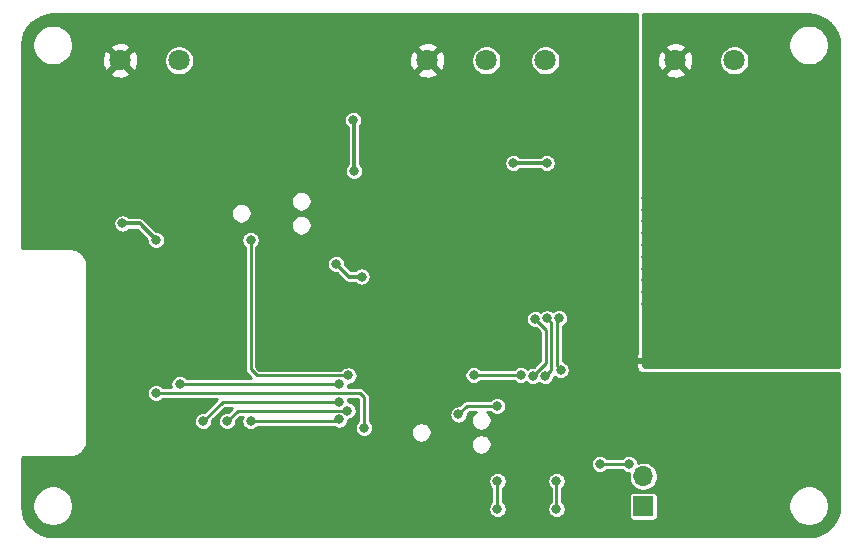
<source format=gbr>
%TF.GenerationSoftware,KiCad,Pcbnew,5.1.10*%
%TF.CreationDate,2021-05-04T20:33:21-04:00*%
%TF.ProjectId,CANalog,43414e61-6c6f-4672-9e6b-696361645f70,rev?*%
%TF.SameCoordinates,PX5b8d800PY848f8c0*%
%TF.FileFunction,Copper,L2,Bot*%
%TF.FilePolarity,Positive*%
%FSLAX46Y46*%
G04 Gerber Fmt 4.6, Leading zero omitted, Abs format (unit mm)*
G04 Created by KiCad (PCBNEW 5.1.10) date 2021-05-04 20:33:21*
%MOMM*%
%LPD*%
G01*
G04 APERTURE LIST*
%TA.AperFunction,EtchedComponent*%
%ADD10C,0.100000*%
%TD*%
%TA.AperFunction,SMDPad,CuDef*%
%ADD11C,0.500000*%
%TD*%
%TA.AperFunction,ComponentPad*%
%ADD12O,1.700000X1.700000*%
%TD*%
%TA.AperFunction,ComponentPad*%
%ADD13R,1.700000X1.700000*%
%TD*%
%TA.AperFunction,ComponentPad*%
%ADD14C,1.800000*%
%TD*%
%TA.AperFunction,ViaPad*%
%ADD15C,0.800000*%
%TD*%
%TA.AperFunction,Conductor*%
%ADD16C,0.700000*%
%TD*%
%TA.AperFunction,Conductor*%
%ADD17C,0.300000*%
%TD*%
%TA.AperFunction,Conductor*%
%ADD18C,0.250000*%
%TD*%
%TA.AperFunction,Conductor*%
%ADD19C,0.254000*%
%TD*%
%TA.AperFunction,Conductor*%
%ADD20C,0.100000*%
%TD*%
G04 APERTURE END LIST*
D10*
%TO.C,NT1*%
G36*
X-18750000Y-31000000D02*
G01*
X-17750000Y-31000000D01*
X-17750000Y-30500000D01*
X-18750000Y-30500000D01*
X-18750000Y-31000000D01*
G37*
%TD*%
D11*
%TO.P,NT1,2*%
%TO.N,GNDA*%
X-17750000Y-30750000D03*
%TO.P,NT1,1*%
%TO.N,GND*%
X-18750000Y-30750000D03*
%TD*%
D12*
%TO.P,JP2,2*%
%TO.N,/BOOT0*%
X-18000000Y-40510000D03*
D13*
%TO.P,JP2,1*%
%TO.N,Net-(JP2-Pad1)*%
X-18000000Y-43050000D03*
%TD*%
D14*
%TO.P,J7,2*%
%TO.N,/CANL*%
X-31300000Y-5300000D03*
%TO.P,J7,1*%
%TO.N,/CANH*%
X-26300000Y-5300000D03*
%TO.P,J7,3*%
%TO.N,GND*%
X-36300000Y-5300000D03*
%TD*%
%TO.P,J6,2*%
%TO.N,GNDA*%
X-15300000Y-5300000D03*
%TO.P,J6,1*%
%TO.N,Net-(J6-Pad1)*%
X-10300000Y-5300000D03*
%TD*%
%TO.P,J1,2*%
%TO.N,GND*%
X-62300000Y-5300000D03*
%TO.P,J1,1*%
%TO.N,Net-(J1-Pad1)*%
X-57300000Y-5300000D03*
%TD*%
D15*
%TO.N,GND*%
X-63100000Y-12000000D03*
X-52375000Y-12625000D03*
X-53675000Y-12625000D03*
X-44700000Y-13650000D03*
X-43700000Y-13650000D03*
X-39300000Y-12500000D03*
X-60500000Y-17200000D03*
X-61500000Y-17200000D03*
X-48000000Y-21500000D03*
X-48000000Y-23200000D03*
X-35350000Y-11475000D03*
X-29000000Y-15175000D03*
X-63250000Y-43850000D03*
X-41850000Y-18550000D03*
X-42450010Y-37050000D03*
X-39100000Y-16550000D03*
X-33100000Y-11774998D03*
X-28750000Y-34250000D03*
X-21850000Y-33000000D03*
X-17950000Y-34250000D03*
X-20700000Y-25950000D03*
X-21699994Y-40899994D03*
X-13050000Y-38950000D03*
X-22900000Y-3800000D03*
X-22900000Y-6650000D03*
X-31700000Y-40900000D03*
X-12850000Y-40250000D03*
X-3350000Y-34250000D03*
X-8900000Y-36250000D03*
X-26622938Y-40829513D03*
X-33000000Y-38450000D03*
X-45975000Y-41875000D03*
X-20825000Y-18225000D03*
X-22875000Y-9475000D03*
X-28475000Y-23750000D03*
X-37550000Y-23900000D03*
X-21875000Y-22000000D03*
X-23500000Y-25650000D03*
X-51075000Y-3225000D03*
X-65575000Y-16150000D03*
X-44725000Y-3225000D03*
%TO.N,GNDA*%
X-14850000Y-13050000D03*
X-14850000Y-12050000D03*
X-12950000Y-13050000D03*
X-12950000Y-12050000D03*
X-13900000Y-17675000D03*
X-8600000Y-16625000D03*
X-8900000Y-29750000D03*
X-17750000Y-25925000D03*
X-17750000Y-24925000D03*
X-17750000Y-23925000D03*
X-17750000Y-22925000D03*
X-17750000Y-21925000D03*
X-17750000Y-20925000D03*
X-17750000Y-19925000D03*
X-17750000Y-17925000D03*
X-17750000Y-16925000D03*
X-17750000Y-18925000D03*
X-17000000Y-16175000D03*
X-16250000Y-15425000D03*
X-15250000Y-15025000D03*
X-16150000Y-25925000D03*
X-16150000Y-24925000D03*
X-16150000Y-23925000D03*
X-16150000Y-22925000D03*
X-16150000Y-21925000D03*
X-16150000Y-20925000D03*
X-16150000Y-19925000D03*
X-16150000Y-18925000D03*
X-16150000Y-17925000D03*
X-15650000Y-17175000D03*
X-14850000Y-16675000D03*
X-14850000Y-11050000D03*
X-14850000Y-10050000D03*
X-14850000Y-9050000D03*
X-14350000Y-8000000D03*
X-13600000Y-7250000D03*
X-12850000Y-6500000D03*
X-12050000Y-5700000D03*
X-12950000Y-11050000D03*
X-12950000Y-10050000D03*
X-12700000Y-9150000D03*
X-12050000Y-8450000D03*
X-11350000Y-7800000D03*
X-10600000Y-7050000D03*
X-5800000Y-16625000D03*
X-9475000Y-6900000D03*
X-8700000Y-6150000D03*
X-8500000Y-5050000D03*
X-9050000Y-3975000D03*
X-10025000Y-3475000D03*
X-11150000Y-3675000D03*
X-11950000Y-4525000D03*
X-13100000Y-30500000D03*
%TO.N,+5V*%
X-42550000Y-10350000D03*
X-42500000Y-14649980D03*
%TO.N,STM_RESET*%
X-59250000Y-33450000D03*
X-41650000Y-36425000D03*
X-19225000Y-39450000D03*
X-21675000Y-39450000D03*
X-59250000Y-20499992D03*
X-62100000Y-19100000D03*
%TO.N,Net-(D8-Pad1)*%
X-30350000Y-43300000D03*
X-30350000Y-40900000D03*
%TO.N,Net-(D9-Pad1)*%
X-25350000Y-43300000D03*
X-25350000Y-40900000D03*
%TO.N,/SWCLK*%
X-33650000Y-35275019D03*
X-30381645Y-34568355D03*
%TO.N,STM_CS*%
X-42969130Y-31975000D03*
X-51250000Y-20500000D03*
X-32360953Y-31951396D03*
X-28375000Y-31950000D03*
%TO.N,GPIO0*%
X-44000000Y-22550000D03*
X-41849990Y-23600000D03*
%TO.N,CAN_TX*%
X-27350000Y-32000000D03*
X-27150000Y-27200000D03*
%TO.N,CAN_RX*%
X-26300000Y-32000000D03*
X-26150000Y-27150000D03*
%TO.N,CAN_TERM*%
X-25000000Y-31500000D03*
X-25125000Y-27125000D03*
%TO.N,MOSI*%
X-51250000Y-35850000D03*
X-43750000Y-35700000D03*
%TO.N,MISO*%
X-43050000Y-34950000D03*
X-53250000Y-35850000D03*
%TO.N,SCLK*%
X-55250000Y-35850000D03*
X-43750000Y-34200000D03*
%TO.N,STM_RDY*%
X-43750000Y-32700000D03*
X-57250000Y-32700000D03*
%TO.N,Net-(R26-Pad2)*%
X-26182024Y-13971104D03*
X-29000000Y-13975000D03*
%TD*%
D16*
%TO.N,GND*%
X-18750000Y-30750000D02*
X-18750000Y-29825000D01*
X-18750000Y-30750000D02*
X-18750000Y-31675000D01*
%TO.N,GNDA*%
X-17750000Y-30750000D02*
X-17750000Y-29850000D01*
X-17750000Y-29850000D02*
X-17750000Y-31050000D01*
X-17750000Y-31050000D02*
X-16775000Y-31050000D01*
D17*
%TO.N,+5V*%
X-42500000Y-10400000D02*
X-42550000Y-10350000D01*
X-42500000Y-14649980D02*
X-42500000Y-10400000D01*
D18*
%TO.N,STM_RESET*%
X-59250000Y-33450000D02*
X-44150000Y-33450000D01*
X-41650000Y-36425000D02*
X-41650000Y-33800000D01*
X-42000000Y-33450000D02*
X-44150000Y-33450000D01*
X-41650000Y-33800000D02*
X-42000000Y-33450000D01*
X-21675000Y-39450000D02*
X-19225000Y-39450000D01*
D17*
X-60649992Y-19100000D02*
X-59250000Y-20499992D01*
X-62100000Y-19100000D02*
X-60649992Y-19100000D01*
D18*
%TO.N,Net-(D8-Pad1)*%
X-30350000Y-43300000D02*
X-30350000Y-40900000D01*
%TO.N,Net-(D9-Pad1)*%
X-25350000Y-43300000D02*
X-25350000Y-40900000D01*
%TO.N,/SWCLK*%
X-33650000Y-35275019D02*
X-32924981Y-34550000D01*
X-30400000Y-34550000D02*
X-30381645Y-34568355D01*
X-32924981Y-34550000D02*
X-30400000Y-34550000D01*
%TO.N,STM_CS*%
X-51250000Y-31450000D02*
X-50725000Y-31975000D01*
X-51250000Y-20500000D02*
X-51250000Y-31450000D01*
X-50725000Y-31975000D02*
X-42969130Y-31975000D01*
X-28376396Y-31951396D02*
X-32360953Y-31951396D01*
X-28375000Y-31950000D02*
X-28376396Y-31951396D01*
D17*
%TO.N,GPIO0*%
X-42950000Y-23600000D02*
X-41849990Y-23600000D01*
X-44000000Y-22550000D02*
X-42950000Y-23600000D01*
D18*
%TO.N,CAN_TX*%
X-26250000Y-30900000D02*
X-27350000Y-32000000D01*
X-26250000Y-28100000D02*
X-26250000Y-30900000D01*
X-27150000Y-27200000D02*
X-26250000Y-28100000D01*
%TO.N,CAN_RX*%
X-25770137Y-31470137D02*
X-26300000Y-32000000D01*
X-26150000Y-27150000D02*
X-25770137Y-27529863D01*
X-25770137Y-27529863D02*
X-25770137Y-31470137D01*
%TO.N,CAN_TERM*%
X-25300000Y-31200000D02*
X-25000000Y-31500000D01*
X-25300000Y-27300000D02*
X-25300000Y-31200000D01*
X-25125000Y-27125000D02*
X-25300000Y-27300000D01*
%TO.N,MOSI*%
X-43900000Y-35850000D02*
X-51250000Y-35850000D01*
X-43750000Y-35700000D02*
X-43900000Y-35850000D01*
%TO.N,MISO*%
X-52350000Y-34950000D02*
X-43050000Y-34950000D01*
X-53250000Y-35850000D02*
X-52350000Y-34950000D01*
%TO.N,SCLK*%
X-53600000Y-34200000D02*
X-55250000Y-35850000D01*
X-43750000Y-34200000D02*
X-53600000Y-34200000D01*
%TO.N,STM_RDY*%
X-43750000Y-32700000D02*
X-57250000Y-32700000D01*
D17*
%TO.N,Net-(R26-Pad2)*%
X-28996104Y-13971104D02*
X-29000000Y-13975000D01*
X-26182024Y-13971104D02*
X-28996104Y-13971104D01*
%TD*%
D19*
%TO.N,GND*%
X-18527000Y-30123000D02*
X-18750000Y-30123000D01*
X-18785308Y-30126462D01*
X-18820643Y-30129678D01*
X-18821910Y-30130051D01*
X-18823226Y-30130180D01*
X-18857225Y-30140445D01*
X-18891227Y-30150452D01*
X-18892396Y-30151063D01*
X-18893664Y-30151446D01*
X-18925034Y-30168126D01*
X-18956431Y-30184540D01*
X-18957460Y-30185368D01*
X-18958629Y-30185989D01*
X-18986142Y-30208428D01*
X-19013773Y-30230644D01*
X-19014623Y-30231657D01*
X-19015647Y-30232492D01*
X-19038243Y-30259806D01*
X-19061068Y-30287007D01*
X-19061706Y-30288167D01*
X-19062547Y-30289184D01*
X-19079393Y-30320340D01*
X-19096514Y-30351484D01*
X-19096914Y-30352746D01*
X-19097542Y-30353907D01*
X-19108015Y-30387738D01*
X-19118762Y-30421617D01*
X-19118910Y-30422933D01*
X-19119300Y-30424194D01*
X-19123010Y-30459488D01*
X-19126963Y-30494736D01*
X-19126981Y-30497271D01*
X-19126991Y-30497368D01*
X-19126982Y-30497465D01*
X-19127000Y-30500000D01*
X-19127000Y-31000000D01*
X-19123538Y-31035308D01*
X-19120322Y-31070643D01*
X-19119949Y-31071910D01*
X-19119820Y-31073226D01*
X-19109555Y-31107225D01*
X-19099548Y-31141227D01*
X-19098937Y-31142396D01*
X-19098554Y-31143664D01*
X-19081874Y-31175034D01*
X-19065460Y-31206431D01*
X-19064632Y-31207460D01*
X-19064011Y-31208629D01*
X-19041572Y-31236142D01*
X-19019356Y-31263773D01*
X-19018343Y-31264623D01*
X-19017508Y-31265647D01*
X-18990194Y-31288243D01*
X-18962993Y-31311068D01*
X-18961833Y-31311706D01*
X-18960816Y-31312547D01*
X-18929660Y-31329393D01*
X-18898516Y-31346514D01*
X-18897254Y-31346914D01*
X-18896093Y-31347542D01*
X-18862262Y-31358015D01*
X-18828383Y-31368762D01*
X-18827067Y-31368910D01*
X-18825806Y-31369300D01*
X-18790512Y-31373010D01*
X-18755264Y-31376963D01*
X-18752729Y-31376981D01*
X-18752632Y-31376991D01*
X-18752535Y-31376982D01*
X-18750000Y-31377000D01*
X-18527000Y-31377000D01*
X-18527000Y-31400000D01*
X-18519756Y-31473549D01*
X-18498303Y-31544272D01*
X-18463464Y-31609450D01*
X-18416579Y-31666579D01*
X-18359450Y-31713464D01*
X-18294272Y-31748303D01*
X-18223549Y-31769756D01*
X-18150000Y-31777000D01*
X-17785708Y-31777000D01*
X-17750000Y-31780517D01*
X-17714292Y-31777000D01*
X-1401999Y-31777000D01*
X-1401999Y-42980333D01*
X-1453369Y-43504243D01*
X-1599813Y-43989288D01*
X-1837676Y-44436646D01*
X-2157904Y-44829282D01*
X-2548294Y-45152241D01*
X-2993982Y-45393223D01*
X-3477987Y-45543048D01*
X-4000820Y-45598000D01*
X-67980343Y-45598000D01*
X-68504243Y-45546631D01*
X-68989288Y-45400187D01*
X-69436646Y-45162324D01*
X-69829282Y-44842096D01*
X-70152241Y-44451706D01*
X-70393223Y-44006018D01*
X-70543048Y-43522013D01*
X-70598000Y-42999180D01*
X-70598000Y-42829905D01*
X-69727000Y-42829905D01*
X-69727000Y-43170095D01*
X-69660632Y-43503747D01*
X-69530447Y-43818041D01*
X-69341448Y-44100898D01*
X-69100898Y-44341448D01*
X-68818041Y-44530447D01*
X-68503747Y-44660632D01*
X-68170095Y-44727000D01*
X-67829905Y-44727000D01*
X-67496253Y-44660632D01*
X-67181959Y-44530447D01*
X-66899102Y-44341448D01*
X-66658552Y-44100898D01*
X-66469553Y-43818041D01*
X-66339368Y-43503747D01*
X-66273000Y-43170095D01*
X-66273000Y-42829905D01*
X-66339368Y-42496253D01*
X-66469553Y-42181959D01*
X-66658552Y-41899102D01*
X-66899102Y-41658552D01*
X-67181959Y-41469553D01*
X-67496253Y-41339368D01*
X-67829905Y-41273000D01*
X-68170095Y-41273000D01*
X-68503747Y-41339368D01*
X-68818041Y-41469553D01*
X-69100898Y-41658552D01*
X-69341448Y-41899102D01*
X-69530447Y-42181959D01*
X-69660632Y-42496253D01*
X-69727000Y-42829905D01*
X-70598000Y-42829905D01*
X-70598000Y-40823472D01*
X-31127000Y-40823472D01*
X-31127000Y-40976528D01*
X-31097141Y-41126643D01*
X-31038569Y-41268048D01*
X-30953536Y-41395309D01*
X-30851999Y-41496846D01*
X-30852000Y-42703155D01*
X-30953536Y-42804691D01*
X-31038569Y-42931952D01*
X-31097141Y-43073357D01*
X-31127000Y-43223472D01*
X-31127000Y-43376528D01*
X-31097141Y-43526643D01*
X-31038569Y-43668048D01*
X-30953536Y-43795309D01*
X-30845309Y-43903536D01*
X-30718048Y-43988569D01*
X-30576643Y-44047141D01*
X-30426528Y-44077000D01*
X-30273472Y-44077000D01*
X-30123357Y-44047141D01*
X-29981952Y-43988569D01*
X-29854691Y-43903536D01*
X-29746464Y-43795309D01*
X-29661431Y-43668048D01*
X-29602859Y-43526643D01*
X-29573000Y-43376528D01*
X-29573000Y-43223472D01*
X-29602859Y-43073357D01*
X-29661431Y-42931952D01*
X-29746464Y-42804691D01*
X-29848000Y-42703155D01*
X-29848000Y-41496845D01*
X-29746464Y-41395309D01*
X-29661431Y-41268048D01*
X-29602859Y-41126643D01*
X-29573000Y-40976528D01*
X-29573000Y-40823472D01*
X-26127000Y-40823472D01*
X-26127000Y-40976528D01*
X-26097141Y-41126643D01*
X-26038569Y-41268048D01*
X-25953536Y-41395309D01*
X-25851999Y-41496846D01*
X-25852000Y-42703155D01*
X-25953536Y-42804691D01*
X-26038569Y-42931952D01*
X-26097141Y-43073357D01*
X-26127000Y-43223472D01*
X-26127000Y-43376528D01*
X-26097141Y-43526643D01*
X-26038569Y-43668048D01*
X-25953536Y-43795309D01*
X-25845309Y-43903536D01*
X-25718048Y-43988569D01*
X-25576643Y-44047141D01*
X-25426528Y-44077000D01*
X-25273472Y-44077000D01*
X-25123357Y-44047141D01*
X-24981952Y-43988569D01*
X-24854691Y-43903536D01*
X-24746464Y-43795309D01*
X-24661431Y-43668048D01*
X-24602859Y-43526643D01*
X-24573000Y-43376528D01*
X-24573000Y-43223472D01*
X-24602859Y-43073357D01*
X-24661431Y-42931952D01*
X-24746464Y-42804691D01*
X-24848000Y-42703155D01*
X-24848000Y-42200000D01*
X-19228824Y-42200000D01*
X-19228824Y-43900000D01*
X-19221545Y-43973905D01*
X-19199988Y-44044970D01*
X-19164981Y-44110463D01*
X-19117869Y-44167869D01*
X-19060463Y-44214981D01*
X-18994970Y-44249988D01*
X-18923905Y-44271545D01*
X-18850000Y-44278824D01*
X-17150000Y-44278824D01*
X-17076095Y-44271545D01*
X-17005030Y-44249988D01*
X-16939537Y-44214981D01*
X-16882131Y-44167869D01*
X-16835019Y-44110463D01*
X-16800012Y-44044970D01*
X-16778455Y-43973905D01*
X-16771176Y-43900000D01*
X-16771176Y-42829905D01*
X-5727000Y-42829905D01*
X-5727000Y-43170095D01*
X-5660632Y-43503747D01*
X-5530447Y-43818041D01*
X-5341448Y-44100898D01*
X-5100898Y-44341448D01*
X-4818041Y-44530447D01*
X-4503747Y-44660632D01*
X-4170095Y-44727000D01*
X-3829905Y-44727000D01*
X-3496253Y-44660632D01*
X-3181959Y-44530447D01*
X-2899102Y-44341448D01*
X-2658552Y-44100898D01*
X-2469553Y-43818041D01*
X-2339368Y-43503747D01*
X-2273000Y-43170095D01*
X-2273000Y-42829905D01*
X-2339368Y-42496253D01*
X-2469553Y-42181959D01*
X-2658552Y-41899102D01*
X-2899102Y-41658552D01*
X-3181959Y-41469553D01*
X-3496253Y-41339368D01*
X-3829905Y-41273000D01*
X-4170095Y-41273000D01*
X-4503747Y-41339368D01*
X-4818041Y-41469553D01*
X-5100898Y-41658552D01*
X-5341448Y-41899102D01*
X-5530447Y-42181959D01*
X-5660632Y-42496253D01*
X-5727000Y-42829905D01*
X-16771176Y-42829905D01*
X-16771176Y-42200000D01*
X-16778455Y-42126095D01*
X-16800012Y-42055030D01*
X-16835019Y-41989537D01*
X-16882131Y-41932131D01*
X-16939537Y-41885019D01*
X-17005030Y-41850012D01*
X-17076095Y-41828455D01*
X-17150000Y-41821176D01*
X-18850000Y-41821176D01*
X-18923905Y-41828455D01*
X-18994970Y-41850012D01*
X-19060463Y-41885019D01*
X-19117869Y-41932131D01*
X-19164981Y-41989537D01*
X-19199988Y-42055030D01*
X-19221545Y-42126095D01*
X-19228824Y-42200000D01*
X-24848000Y-42200000D01*
X-24848000Y-41496845D01*
X-24746464Y-41395309D01*
X-24661431Y-41268048D01*
X-24602859Y-41126643D01*
X-24573000Y-40976528D01*
X-24573000Y-40823472D01*
X-24602859Y-40673357D01*
X-24661431Y-40531952D01*
X-24746464Y-40404691D01*
X-24854691Y-40296464D01*
X-24981952Y-40211431D01*
X-25123357Y-40152859D01*
X-25273472Y-40123000D01*
X-25426528Y-40123000D01*
X-25576643Y-40152859D01*
X-25718048Y-40211431D01*
X-25845309Y-40296464D01*
X-25953536Y-40404691D01*
X-26038569Y-40531952D01*
X-26097141Y-40673357D01*
X-26127000Y-40823472D01*
X-29573000Y-40823472D01*
X-29602859Y-40673357D01*
X-29661431Y-40531952D01*
X-29746464Y-40404691D01*
X-29854691Y-40296464D01*
X-29981952Y-40211431D01*
X-30123357Y-40152859D01*
X-30273472Y-40123000D01*
X-30426528Y-40123000D01*
X-30576643Y-40152859D01*
X-30718048Y-40211431D01*
X-30845309Y-40296464D01*
X-30953536Y-40404691D01*
X-31038569Y-40531952D01*
X-31097141Y-40673357D01*
X-31127000Y-40823472D01*
X-70598000Y-40823472D01*
X-70598000Y-39373472D01*
X-22452000Y-39373472D01*
X-22452000Y-39526528D01*
X-22422141Y-39676643D01*
X-22363569Y-39818048D01*
X-22278536Y-39945309D01*
X-22170309Y-40053536D01*
X-22043048Y-40138569D01*
X-21901643Y-40197141D01*
X-21751528Y-40227000D01*
X-21598472Y-40227000D01*
X-21448357Y-40197141D01*
X-21306952Y-40138569D01*
X-21179691Y-40053536D01*
X-21078155Y-39952000D01*
X-19821845Y-39952000D01*
X-19720309Y-40053536D01*
X-19593048Y-40138569D01*
X-19451643Y-40197141D01*
X-19301528Y-40227000D01*
X-19194746Y-40227000D01*
X-19227000Y-40389151D01*
X-19227000Y-40630849D01*
X-19179847Y-40867903D01*
X-19087353Y-41091202D01*
X-18953073Y-41292167D01*
X-18782167Y-41463073D01*
X-18581202Y-41597353D01*
X-18357903Y-41689847D01*
X-18120849Y-41737000D01*
X-17879151Y-41737000D01*
X-17642097Y-41689847D01*
X-17418798Y-41597353D01*
X-17217833Y-41463073D01*
X-17046927Y-41292167D01*
X-16912647Y-41091202D01*
X-16820153Y-40867903D01*
X-16773000Y-40630849D01*
X-16773000Y-40389151D01*
X-16820153Y-40152097D01*
X-16912647Y-39928798D01*
X-17046927Y-39727833D01*
X-17217833Y-39556927D01*
X-17418798Y-39422647D01*
X-17642097Y-39330153D01*
X-17879151Y-39283000D01*
X-18120849Y-39283000D01*
X-18357903Y-39330153D01*
X-18449102Y-39367929D01*
X-18477859Y-39223357D01*
X-18536431Y-39081952D01*
X-18621464Y-38954691D01*
X-18729691Y-38846464D01*
X-18856952Y-38761431D01*
X-18998357Y-38702859D01*
X-19148472Y-38673000D01*
X-19301528Y-38673000D01*
X-19451643Y-38702859D01*
X-19593048Y-38761431D01*
X-19720309Y-38846464D01*
X-19821845Y-38948000D01*
X-21078155Y-38948000D01*
X-21179691Y-38846464D01*
X-21306952Y-38761431D01*
X-21448357Y-38702859D01*
X-21598472Y-38673000D01*
X-21751528Y-38673000D01*
X-21901643Y-38702859D01*
X-22043048Y-38761431D01*
X-22170309Y-38846464D01*
X-22278536Y-38954691D01*
X-22363569Y-39081952D01*
X-22422141Y-39223357D01*
X-22452000Y-39373472D01*
X-70598000Y-39373472D01*
X-70598000Y-39019665D01*
X-70594242Y-38981337D01*
X-70588824Y-38963391D01*
X-70580021Y-38946834D01*
X-70568171Y-38932305D01*
X-70553721Y-38920352D01*
X-70537228Y-38911434D01*
X-70519320Y-38905890D01*
X-70482308Y-38902000D01*
X-66480253Y-38902000D01*
X-66462777Y-38900279D01*
X-66456584Y-38900322D01*
X-66450997Y-38899774D01*
X-66256901Y-38879373D01*
X-66221202Y-38872045D01*
X-66185421Y-38865220D01*
X-66180050Y-38863598D01*
X-66180044Y-38863596D01*
X-65993610Y-38805885D01*
X-65960013Y-38791762D01*
X-65926240Y-38778117D01*
X-65921284Y-38775482D01*
X-65749607Y-38682657D01*
X-65719420Y-38662296D01*
X-65688912Y-38642332D01*
X-65684562Y-38638784D01*
X-65534184Y-38514380D01*
X-65508497Y-38488514D01*
X-65482479Y-38463035D01*
X-65478901Y-38458710D01*
X-65355551Y-38307468D01*
X-65335383Y-38277112D01*
X-65314803Y-38247057D01*
X-65312137Y-38242124D01*
X-65312134Y-38242120D01*
X-65312132Y-38242116D01*
X-65220509Y-38069797D01*
X-65206622Y-38036106D01*
X-65192271Y-38002623D01*
X-65190611Y-37997261D01*
X-65134202Y-37810424D01*
X-65127125Y-37774680D01*
X-65119550Y-37739045D01*
X-65118964Y-37733463D01*
X-65118633Y-37730086D01*
X-32582300Y-37730086D01*
X-32582300Y-37901914D01*
X-32548778Y-38070441D01*
X-32483023Y-38229189D01*
X-32387560Y-38372059D01*
X-32266059Y-38493560D01*
X-32123189Y-38589023D01*
X-31964441Y-38654778D01*
X-31795914Y-38688300D01*
X-31624086Y-38688300D01*
X-31455559Y-38654778D01*
X-31296811Y-38589023D01*
X-31153941Y-38493560D01*
X-31032440Y-38372059D01*
X-30936977Y-38229189D01*
X-30871222Y-38070441D01*
X-30837700Y-37901914D01*
X-30837700Y-37730086D01*
X-30871222Y-37561559D01*
X-30936977Y-37402811D01*
X-31032440Y-37259941D01*
X-31153941Y-37138440D01*
X-31296811Y-37042977D01*
X-31455559Y-36977222D01*
X-31624086Y-36943700D01*
X-31795914Y-36943700D01*
X-31964441Y-36977222D01*
X-32123189Y-37042977D01*
X-32266059Y-37138440D01*
X-32387560Y-37259941D01*
X-32483023Y-37402811D01*
X-32548778Y-37561559D01*
X-32582300Y-37730086D01*
X-65118633Y-37730086D01*
X-65099919Y-37539229D01*
X-65098000Y-37519747D01*
X-65098000Y-33373472D01*
X-60027000Y-33373472D01*
X-60027000Y-33526528D01*
X-59997141Y-33676643D01*
X-59938569Y-33818048D01*
X-59853536Y-33945309D01*
X-59745309Y-34053536D01*
X-59618048Y-34138569D01*
X-59476643Y-34197141D01*
X-59326528Y-34227000D01*
X-59173472Y-34227000D01*
X-59023357Y-34197141D01*
X-58881952Y-34138569D01*
X-58754691Y-34053536D01*
X-58653155Y-33952000D01*
X-54061935Y-33952000D01*
X-55182934Y-35073000D01*
X-55326528Y-35073000D01*
X-55476643Y-35102859D01*
X-55618048Y-35161431D01*
X-55745309Y-35246464D01*
X-55853536Y-35354691D01*
X-55938569Y-35481952D01*
X-55997141Y-35623357D01*
X-56027000Y-35773472D01*
X-56027000Y-35926528D01*
X-55997141Y-36076643D01*
X-55938569Y-36218048D01*
X-55853536Y-36345309D01*
X-55745309Y-36453536D01*
X-55618048Y-36538569D01*
X-55476643Y-36597141D01*
X-55326528Y-36627000D01*
X-55173472Y-36627000D01*
X-55023357Y-36597141D01*
X-54881952Y-36538569D01*
X-54754691Y-36453536D01*
X-54646464Y-36345309D01*
X-54561431Y-36218048D01*
X-54502859Y-36076643D01*
X-54473000Y-35926528D01*
X-54473000Y-35782934D01*
X-53392065Y-34702000D01*
X-52811935Y-34702000D01*
X-53182934Y-35073000D01*
X-53326528Y-35073000D01*
X-53476643Y-35102859D01*
X-53618048Y-35161431D01*
X-53745309Y-35246464D01*
X-53853536Y-35354691D01*
X-53938569Y-35481952D01*
X-53997141Y-35623357D01*
X-54027000Y-35773472D01*
X-54027000Y-35926528D01*
X-53997141Y-36076643D01*
X-53938569Y-36218048D01*
X-53853536Y-36345309D01*
X-53745309Y-36453536D01*
X-53618048Y-36538569D01*
X-53476643Y-36597141D01*
X-53326528Y-36627000D01*
X-53173472Y-36627000D01*
X-53023357Y-36597141D01*
X-52881952Y-36538569D01*
X-52754691Y-36453536D01*
X-52646464Y-36345309D01*
X-52561431Y-36218048D01*
X-52502859Y-36076643D01*
X-52473000Y-35926528D01*
X-52473000Y-35782934D01*
X-52142065Y-35452000D01*
X-51918556Y-35452000D01*
X-51938569Y-35481952D01*
X-51997141Y-35623357D01*
X-52027000Y-35773472D01*
X-52027000Y-35926528D01*
X-51997141Y-36076643D01*
X-51938569Y-36218048D01*
X-51853536Y-36345309D01*
X-51745309Y-36453536D01*
X-51618048Y-36538569D01*
X-51476643Y-36597141D01*
X-51326528Y-36627000D01*
X-51173472Y-36627000D01*
X-51023357Y-36597141D01*
X-50881952Y-36538569D01*
X-50754691Y-36453536D01*
X-50653155Y-36352000D01*
X-44172777Y-36352000D01*
X-44118048Y-36388569D01*
X-43976643Y-36447141D01*
X-43826528Y-36477000D01*
X-43673472Y-36477000D01*
X-43523357Y-36447141D01*
X-43381952Y-36388569D01*
X-43254691Y-36303536D01*
X-43146464Y-36195309D01*
X-43061431Y-36068048D01*
X-43002859Y-35926643D01*
X-42973000Y-35776528D01*
X-42973000Y-35726906D01*
X-42823357Y-35697141D01*
X-42681952Y-35638569D01*
X-42554691Y-35553536D01*
X-42446464Y-35445309D01*
X-42361431Y-35318048D01*
X-42302859Y-35176643D01*
X-42273000Y-35026528D01*
X-42273000Y-34873472D01*
X-42302859Y-34723357D01*
X-42361431Y-34581952D01*
X-42446464Y-34454691D01*
X-42554691Y-34346464D01*
X-42681952Y-34261431D01*
X-42823357Y-34202859D01*
X-42973000Y-34173094D01*
X-42973000Y-34123472D01*
X-43002859Y-33973357D01*
X-43011705Y-33952000D01*
X-42207935Y-33952000D01*
X-42151999Y-34007936D01*
X-42152000Y-35828155D01*
X-42253536Y-35929691D01*
X-42338569Y-36056952D01*
X-42397141Y-36198357D01*
X-42427000Y-36348472D01*
X-42427000Y-36501528D01*
X-42397141Y-36651643D01*
X-42338569Y-36793048D01*
X-42253536Y-36920309D01*
X-42145309Y-37028536D01*
X-42018048Y-37113569D01*
X-41876643Y-37172141D01*
X-41726528Y-37202000D01*
X-41573472Y-37202000D01*
X-41423357Y-37172141D01*
X-41281952Y-37113569D01*
X-41154691Y-37028536D01*
X-41046464Y-36920309D01*
X-40961431Y-36793048D01*
X-40928724Y-36714086D01*
X-37662300Y-36714086D01*
X-37662300Y-36885914D01*
X-37628778Y-37054441D01*
X-37563023Y-37213189D01*
X-37467560Y-37356059D01*
X-37346059Y-37477560D01*
X-37203189Y-37573023D01*
X-37044441Y-37638778D01*
X-36875914Y-37672300D01*
X-36704086Y-37672300D01*
X-36535559Y-37638778D01*
X-36376811Y-37573023D01*
X-36233941Y-37477560D01*
X-36112440Y-37356059D01*
X-36016977Y-37213189D01*
X-35951222Y-37054441D01*
X-35917700Y-36885914D01*
X-35917700Y-36714086D01*
X-35951222Y-36545559D01*
X-36016977Y-36386811D01*
X-36112440Y-36243941D01*
X-36233941Y-36122440D01*
X-36376811Y-36026977D01*
X-36535559Y-35961222D01*
X-36704086Y-35927700D01*
X-36875914Y-35927700D01*
X-37044441Y-35961222D01*
X-37203189Y-36026977D01*
X-37346059Y-36122440D01*
X-37467560Y-36243941D01*
X-37563023Y-36386811D01*
X-37628778Y-36545559D01*
X-37662300Y-36714086D01*
X-40928724Y-36714086D01*
X-40902859Y-36651643D01*
X-40873000Y-36501528D01*
X-40873000Y-36348472D01*
X-40902859Y-36198357D01*
X-40961431Y-36056952D01*
X-41046464Y-35929691D01*
X-41148000Y-35828155D01*
X-41148000Y-35198491D01*
X-34427000Y-35198491D01*
X-34427000Y-35351547D01*
X-34397141Y-35501662D01*
X-34338569Y-35643067D01*
X-34253536Y-35770328D01*
X-34145309Y-35878555D01*
X-34018048Y-35963588D01*
X-33876643Y-36022160D01*
X-33726528Y-36052019D01*
X-33573472Y-36052019D01*
X-33423357Y-36022160D01*
X-33281952Y-35963588D01*
X-33154691Y-35878555D01*
X-33046464Y-35770328D01*
X-32961431Y-35643067D01*
X-32902859Y-35501662D01*
X-32873000Y-35351547D01*
X-32873000Y-35207954D01*
X-32717045Y-35052000D01*
X-32184584Y-35052000D01*
X-32266059Y-35106440D01*
X-32387560Y-35227941D01*
X-32483023Y-35370811D01*
X-32548778Y-35529559D01*
X-32582300Y-35698086D01*
X-32582300Y-35869914D01*
X-32548778Y-36038441D01*
X-32483023Y-36197189D01*
X-32387560Y-36340059D01*
X-32266059Y-36461560D01*
X-32123189Y-36557023D01*
X-31964441Y-36622778D01*
X-31795914Y-36656300D01*
X-31624086Y-36656300D01*
X-31455559Y-36622778D01*
X-31296811Y-36557023D01*
X-31153941Y-36461560D01*
X-31032440Y-36340059D01*
X-30936977Y-36197189D01*
X-30871222Y-36038441D01*
X-30837700Y-35869914D01*
X-30837700Y-35698086D01*
X-30871222Y-35529559D01*
X-30936977Y-35370811D01*
X-31032440Y-35227941D01*
X-31153941Y-35106440D01*
X-31235416Y-35052000D01*
X-30992975Y-35052000D01*
X-30985181Y-35063664D01*
X-30876954Y-35171891D01*
X-30749693Y-35256924D01*
X-30608288Y-35315496D01*
X-30458173Y-35345355D01*
X-30305117Y-35345355D01*
X-30155002Y-35315496D01*
X-30013597Y-35256924D01*
X-29886336Y-35171891D01*
X-29778109Y-35063664D01*
X-29693076Y-34936403D01*
X-29634504Y-34794998D01*
X-29604645Y-34644883D01*
X-29604645Y-34491827D01*
X-29634504Y-34341712D01*
X-29693076Y-34200307D01*
X-29778109Y-34073046D01*
X-29886336Y-33964819D01*
X-30013597Y-33879786D01*
X-30155002Y-33821214D01*
X-30305117Y-33791355D01*
X-30458173Y-33791355D01*
X-30608288Y-33821214D01*
X-30749693Y-33879786D01*
X-30876954Y-33964819D01*
X-30960135Y-34048000D01*
X-32900338Y-34048000D01*
X-32924981Y-34045573D01*
X-32949624Y-34048000D01*
X-32949634Y-34048000D01*
X-33023390Y-34055264D01*
X-33118017Y-34083969D01*
X-33158613Y-34105668D01*
X-33205227Y-34130583D01*
X-33262517Y-34177600D01*
X-33262525Y-34177608D01*
X-33281665Y-34193316D01*
X-33297374Y-34212457D01*
X-33582935Y-34498019D01*
X-33726528Y-34498019D01*
X-33876643Y-34527878D01*
X-34018048Y-34586450D01*
X-34145309Y-34671483D01*
X-34253536Y-34779710D01*
X-34338569Y-34906971D01*
X-34397141Y-35048376D01*
X-34427000Y-35198491D01*
X-41148000Y-35198491D01*
X-41148000Y-33824643D01*
X-41145573Y-33800000D01*
X-41148000Y-33775357D01*
X-41148000Y-33775347D01*
X-41155264Y-33701591D01*
X-41183969Y-33606964D01*
X-41215267Y-33548409D01*
X-41230583Y-33519754D01*
X-41277600Y-33462464D01*
X-41277608Y-33462456D01*
X-41293316Y-33443316D01*
X-41312457Y-33427607D01*
X-41627599Y-33112467D01*
X-41643316Y-33093316D01*
X-41719755Y-33030583D01*
X-41806964Y-32983969D01*
X-41901591Y-32955264D01*
X-41975347Y-32948000D01*
X-41975357Y-32948000D01*
X-42000000Y-32945573D01*
X-42024643Y-32948000D01*
X-43011705Y-32948000D01*
X-43002859Y-32926643D01*
X-42973000Y-32776528D01*
X-42973000Y-32752000D01*
X-42892602Y-32752000D01*
X-42742487Y-32722141D01*
X-42601082Y-32663569D01*
X-42473821Y-32578536D01*
X-42365594Y-32470309D01*
X-42280561Y-32343048D01*
X-42221989Y-32201643D01*
X-42192130Y-32051528D01*
X-42192130Y-31898472D01*
X-42196825Y-31874868D01*
X-33137953Y-31874868D01*
X-33137953Y-32027924D01*
X-33108094Y-32178039D01*
X-33049522Y-32319444D01*
X-32964489Y-32446705D01*
X-32856262Y-32554932D01*
X-32729001Y-32639965D01*
X-32587596Y-32698537D01*
X-32437481Y-32728396D01*
X-32284425Y-32728396D01*
X-32134310Y-32698537D01*
X-31992905Y-32639965D01*
X-31865644Y-32554932D01*
X-31764108Y-32453396D01*
X-28970449Y-32453396D01*
X-28870309Y-32553536D01*
X-28743048Y-32638569D01*
X-28601643Y-32697141D01*
X-28451528Y-32727000D01*
X-28298472Y-32727000D01*
X-28148357Y-32697141D01*
X-28006952Y-32638569D01*
X-27889053Y-32559792D01*
X-27845309Y-32603536D01*
X-27718048Y-32688569D01*
X-27576643Y-32747141D01*
X-27426528Y-32777000D01*
X-27273472Y-32777000D01*
X-27123357Y-32747141D01*
X-26981952Y-32688569D01*
X-26854691Y-32603536D01*
X-26825000Y-32573845D01*
X-26795309Y-32603536D01*
X-26668048Y-32688569D01*
X-26526643Y-32747141D01*
X-26376528Y-32777000D01*
X-26223472Y-32777000D01*
X-26073357Y-32747141D01*
X-25931952Y-32688569D01*
X-25804691Y-32603536D01*
X-25696464Y-32495309D01*
X-25611431Y-32368048D01*
X-25552859Y-32226643D01*
X-25523000Y-32076528D01*
X-25523000Y-32075845D01*
X-25495309Y-32103536D01*
X-25368048Y-32188569D01*
X-25226643Y-32247141D01*
X-25076528Y-32277000D01*
X-24923472Y-32277000D01*
X-24773357Y-32247141D01*
X-24631952Y-32188569D01*
X-24504691Y-32103536D01*
X-24396464Y-31995309D01*
X-24311431Y-31868048D01*
X-24252859Y-31726643D01*
X-24223000Y-31576528D01*
X-24223000Y-31423472D01*
X-24252859Y-31273357D01*
X-24311431Y-31131952D01*
X-24396464Y-31004691D01*
X-24504691Y-30896464D01*
X-24631952Y-30811431D01*
X-24773357Y-30752859D01*
X-24798000Y-30747957D01*
X-24798000Y-27830572D01*
X-24756952Y-27813569D01*
X-24629691Y-27728536D01*
X-24521464Y-27620309D01*
X-24436431Y-27493048D01*
X-24377859Y-27351643D01*
X-24348000Y-27201528D01*
X-24348000Y-27048472D01*
X-24377859Y-26898357D01*
X-24436431Y-26756952D01*
X-24521464Y-26629691D01*
X-24629691Y-26521464D01*
X-24756952Y-26436431D01*
X-24898357Y-26377859D01*
X-25048472Y-26348000D01*
X-25201528Y-26348000D01*
X-25351643Y-26377859D01*
X-25493048Y-26436431D01*
X-25620309Y-26521464D01*
X-25650000Y-26551155D01*
X-25654691Y-26546464D01*
X-25781952Y-26461431D01*
X-25923357Y-26402859D01*
X-26073472Y-26373000D01*
X-26226528Y-26373000D01*
X-26376643Y-26402859D01*
X-26518048Y-26461431D01*
X-26645309Y-26546464D01*
X-26679040Y-26580195D01*
X-26781952Y-26511431D01*
X-26923357Y-26452859D01*
X-27073472Y-26423000D01*
X-27226528Y-26423000D01*
X-27376643Y-26452859D01*
X-27518048Y-26511431D01*
X-27645309Y-26596464D01*
X-27753536Y-26704691D01*
X-27838569Y-26831952D01*
X-27897141Y-26973357D01*
X-27927000Y-27123472D01*
X-27927000Y-27276528D01*
X-27897141Y-27426643D01*
X-27838569Y-27568048D01*
X-27753536Y-27695309D01*
X-27645309Y-27803536D01*
X-27518048Y-27888569D01*
X-27376643Y-27947141D01*
X-27226528Y-27977000D01*
X-27082934Y-27977000D01*
X-26752000Y-28307935D01*
X-26751999Y-30692064D01*
X-27282934Y-31223000D01*
X-27426528Y-31223000D01*
X-27576643Y-31252859D01*
X-27718048Y-31311431D01*
X-27835947Y-31390208D01*
X-27879691Y-31346464D01*
X-28006952Y-31261431D01*
X-28148357Y-31202859D01*
X-28298472Y-31173000D01*
X-28451528Y-31173000D01*
X-28601643Y-31202859D01*
X-28743048Y-31261431D01*
X-28870309Y-31346464D01*
X-28973241Y-31449396D01*
X-31764108Y-31449396D01*
X-31865644Y-31347860D01*
X-31992905Y-31262827D01*
X-32134310Y-31204255D01*
X-32284425Y-31174396D01*
X-32437481Y-31174396D01*
X-32587596Y-31204255D01*
X-32729001Y-31262827D01*
X-32856262Y-31347860D01*
X-32964489Y-31456087D01*
X-33049522Y-31583348D01*
X-33108094Y-31724753D01*
X-33137953Y-31874868D01*
X-42196825Y-31874868D01*
X-42221989Y-31748357D01*
X-42280561Y-31606952D01*
X-42365594Y-31479691D01*
X-42473821Y-31371464D01*
X-42601082Y-31286431D01*
X-42742487Y-31227859D01*
X-42892602Y-31198000D01*
X-43045658Y-31198000D01*
X-43195773Y-31227859D01*
X-43337178Y-31286431D01*
X-43464439Y-31371464D01*
X-43565975Y-31473000D01*
X-50517065Y-31473000D01*
X-50748000Y-31242066D01*
X-50748000Y-22473472D01*
X-44777000Y-22473472D01*
X-44777000Y-22626528D01*
X-44747141Y-22776643D01*
X-44688569Y-22918048D01*
X-44603536Y-23045309D01*
X-44495309Y-23153536D01*
X-44368048Y-23238569D01*
X-44226643Y-23297141D01*
X-44076528Y-23327000D01*
X-43968289Y-23327000D01*
X-43340951Y-23954339D01*
X-43324448Y-23974448D01*
X-43244202Y-24040304D01*
X-43152650Y-24089239D01*
X-43053310Y-24119374D01*
X-42950001Y-24129549D01*
X-42924120Y-24127000D01*
X-42421835Y-24127000D01*
X-42345299Y-24203536D01*
X-42218038Y-24288569D01*
X-42076633Y-24347141D01*
X-41926518Y-24377000D01*
X-41773462Y-24377000D01*
X-41623347Y-24347141D01*
X-41481942Y-24288569D01*
X-41354681Y-24203536D01*
X-41246454Y-24095309D01*
X-41161421Y-23968048D01*
X-41102849Y-23826643D01*
X-41072990Y-23676528D01*
X-41072990Y-23523472D01*
X-41102849Y-23373357D01*
X-41161421Y-23231952D01*
X-41246454Y-23104691D01*
X-41354681Y-22996464D01*
X-41481942Y-22911431D01*
X-41623347Y-22852859D01*
X-41773462Y-22823000D01*
X-41926518Y-22823000D01*
X-42076633Y-22852859D01*
X-42218038Y-22911431D01*
X-42345299Y-22996464D01*
X-42421835Y-23073000D01*
X-42731710Y-23073000D01*
X-43223000Y-22581711D01*
X-43223000Y-22473472D01*
X-43252859Y-22323357D01*
X-43311431Y-22181952D01*
X-43396464Y-22054691D01*
X-43504691Y-21946464D01*
X-43631952Y-21861431D01*
X-43773357Y-21802859D01*
X-43923472Y-21773000D01*
X-44076528Y-21773000D01*
X-44226643Y-21802859D01*
X-44368048Y-21861431D01*
X-44495309Y-21946464D01*
X-44603536Y-22054691D01*
X-44688569Y-22181952D01*
X-44747141Y-22323357D01*
X-44777000Y-22473472D01*
X-50748000Y-22473472D01*
X-50748000Y-21096845D01*
X-50646464Y-20995309D01*
X-50561431Y-20868048D01*
X-50502859Y-20726643D01*
X-50473000Y-20576528D01*
X-50473000Y-20423472D01*
X-50502859Y-20273357D01*
X-50561431Y-20131952D01*
X-50646464Y-20004691D01*
X-50754691Y-19896464D01*
X-50881952Y-19811431D01*
X-51023357Y-19752859D01*
X-51173472Y-19723000D01*
X-51326528Y-19723000D01*
X-51476643Y-19752859D01*
X-51618048Y-19811431D01*
X-51745309Y-19896464D01*
X-51853536Y-20004691D01*
X-51938569Y-20131952D01*
X-51997141Y-20273357D01*
X-52027000Y-20423472D01*
X-52027000Y-20576528D01*
X-51997141Y-20726643D01*
X-51938569Y-20868048D01*
X-51853536Y-20995309D01*
X-51752000Y-21096845D01*
X-51751999Y-31425347D01*
X-51754427Y-31450000D01*
X-51744735Y-31548409D01*
X-51716030Y-31643036D01*
X-51669416Y-31730245D01*
X-51622399Y-31787535D01*
X-51622396Y-31787538D01*
X-51606683Y-31806684D01*
X-51587537Y-31822397D01*
X-51211935Y-32198000D01*
X-56653155Y-32198000D01*
X-56754691Y-32096464D01*
X-56881952Y-32011431D01*
X-57023357Y-31952859D01*
X-57173472Y-31923000D01*
X-57326528Y-31923000D01*
X-57476643Y-31952859D01*
X-57618048Y-32011431D01*
X-57745309Y-32096464D01*
X-57853536Y-32204691D01*
X-57938569Y-32331952D01*
X-57997141Y-32473357D01*
X-58027000Y-32623472D01*
X-58027000Y-32776528D01*
X-57997141Y-32926643D01*
X-57988295Y-32948000D01*
X-58653155Y-32948000D01*
X-58754691Y-32846464D01*
X-58881952Y-32761431D01*
X-59023357Y-32702859D01*
X-59173472Y-32673000D01*
X-59326528Y-32673000D01*
X-59476643Y-32702859D01*
X-59618048Y-32761431D01*
X-59745309Y-32846464D01*
X-59853536Y-32954691D01*
X-59938569Y-33081952D01*
X-59997141Y-33223357D01*
X-60027000Y-33373472D01*
X-65098000Y-33373472D01*
X-65098000Y-22580253D01*
X-65099721Y-22562777D01*
X-65099678Y-22556583D01*
X-65100226Y-22550997D01*
X-65120627Y-22356900D01*
X-65127958Y-22321188D01*
X-65134780Y-22285421D01*
X-65136403Y-22280048D01*
X-65136403Y-22280046D01*
X-65136405Y-22280040D01*
X-65194115Y-22093610D01*
X-65208238Y-22060013D01*
X-65221883Y-22026240D01*
X-65224518Y-22021284D01*
X-65317343Y-21849607D01*
X-65337721Y-21819395D01*
X-65357669Y-21788911D01*
X-65361216Y-21784562D01*
X-65485620Y-21634184D01*
X-65511470Y-21608514D01*
X-65536965Y-21582479D01*
X-65541290Y-21578901D01*
X-65692532Y-21455551D01*
X-65722914Y-21435365D01*
X-65752943Y-21414804D01*
X-65757880Y-21412134D01*
X-65930203Y-21320509D01*
X-65963877Y-21306630D01*
X-65997377Y-21292271D01*
X-66002739Y-21290612D01*
X-66189575Y-21234202D01*
X-66225334Y-21227122D01*
X-66260955Y-21219550D01*
X-66266538Y-21218964D01*
X-66460487Y-21199947D01*
X-66480253Y-21198000D01*
X-70480335Y-21198000D01*
X-70518663Y-21194242D01*
X-70536609Y-21188824D01*
X-70553166Y-21180021D01*
X-70567695Y-21168171D01*
X-70579648Y-21153722D01*
X-70588567Y-21137227D01*
X-70594110Y-21119319D01*
X-70598000Y-21082308D01*
X-70598000Y-19023472D01*
X-62877000Y-19023472D01*
X-62877000Y-19176528D01*
X-62847141Y-19326643D01*
X-62788569Y-19468048D01*
X-62703536Y-19595309D01*
X-62595309Y-19703536D01*
X-62468048Y-19788569D01*
X-62326643Y-19847141D01*
X-62176528Y-19877000D01*
X-62023472Y-19877000D01*
X-61873357Y-19847141D01*
X-61731952Y-19788569D01*
X-61604691Y-19703536D01*
X-61528155Y-19627000D01*
X-60868281Y-19627000D01*
X-60027000Y-20468282D01*
X-60027000Y-20576520D01*
X-59997141Y-20726635D01*
X-59938569Y-20868040D01*
X-59853536Y-20995301D01*
X-59745309Y-21103528D01*
X-59618048Y-21188561D01*
X-59476643Y-21247133D01*
X-59326528Y-21276992D01*
X-59173472Y-21276992D01*
X-59023357Y-21247133D01*
X-58881952Y-21188561D01*
X-58754691Y-21103528D01*
X-58646464Y-20995301D01*
X-58561431Y-20868040D01*
X-58502859Y-20726635D01*
X-58473000Y-20576520D01*
X-58473000Y-20423464D01*
X-58502859Y-20273349D01*
X-58561431Y-20131944D01*
X-58646464Y-20004683D01*
X-58754691Y-19896456D01*
X-58881952Y-19811423D01*
X-59023357Y-19752851D01*
X-59173472Y-19722992D01*
X-59281710Y-19722992D01*
X-59824616Y-19180086D01*
X-47832300Y-19180086D01*
X-47832300Y-19351914D01*
X-47798778Y-19520441D01*
X-47733023Y-19679189D01*
X-47637560Y-19822059D01*
X-47516059Y-19943560D01*
X-47373189Y-20039023D01*
X-47214441Y-20104778D01*
X-47045914Y-20138300D01*
X-46874086Y-20138300D01*
X-46705559Y-20104778D01*
X-46546811Y-20039023D01*
X-46403941Y-19943560D01*
X-46282440Y-19822059D01*
X-46186977Y-19679189D01*
X-46121222Y-19520441D01*
X-46087700Y-19351914D01*
X-46087700Y-19180086D01*
X-46121222Y-19011559D01*
X-46186977Y-18852811D01*
X-46282440Y-18709941D01*
X-46403941Y-18588440D01*
X-46546811Y-18492977D01*
X-46705559Y-18427222D01*
X-46874086Y-18393700D01*
X-47045914Y-18393700D01*
X-47214441Y-18427222D01*
X-47373189Y-18492977D01*
X-47516059Y-18588440D01*
X-47637560Y-18709941D01*
X-47733023Y-18852811D01*
X-47798778Y-19011559D01*
X-47832300Y-19180086D01*
X-59824616Y-19180086D01*
X-60259037Y-18745666D01*
X-60275544Y-18725552D01*
X-60355790Y-18659696D01*
X-60447342Y-18610761D01*
X-60546682Y-18580626D01*
X-60624111Y-18573000D01*
X-60649992Y-18570451D01*
X-60675873Y-18573000D01*
X-61528155Y-18573000D01*
X-61604691Y-18496464D01*
X-61731952Y-18411431D01*
X-61873357Y-18352859D01*
X-62023472Y-18323000D01*
X-62176528Y-18323000D01*
X-62326643Y-18352859D01*
X-62468048Y-18411431D01*
X-62595309Y-18496464D01*
X-62703536Y-18604691D01*
X-62788569Y-18731952D01*
X-62847141Y-18873357D01*
X-62877000Y-19023472D01*
X-70598000Y-19023472D01*
X-70598000Y-18164086D01*
X-52912300Y-18164086D01*
X-52912300Y-18335914D01*
X-52878778Y-18504441D01*
X-52813023Y-18663189D01*
X-52717560Y-18806059D01*
X-52596059Y-18927560D01*
X-52453189Y-19023023D01*
X-52294441Y-19088778D01*
X-52125914Y-19122300D01*
X-51954086Y-19122300D01*
X-51785559Y-19088778D01*
X-51626811Y-19023023D01*
X-51483941Y-18927560D01*
X-51362440Y-18806059D01*
X-51266977Y-18663189D01*
X-51201222Y-18504441D01*
X-51167700Y-18335914D01*
X-51167700Y-18164086D01*
X-51201222Y-17995559D01*
X-51266977Y-17836811D01*
X-51362440Y-17693941D01*
X-51483941Y-17572440D01*
X-51626811Y-17476977D01*
X-51785559Y-17411222D01*
X-51954086Y-17377700D01*
X-52125914Y-17377700D01*
X-52294441Y-17411222D01*
X-52453189Y-17476977D01*
X-52596059Y-17572440D01*
X-52717560Y-17693941D01*
X-52813023Y-17836811D01*
X-52878778Y-17995559D01*
X-52912300Y-18164086D01*
X-70598000Y-18164086D01*
X-70598000Y-17148086D01*
X-47832300Y-17148086D01*
X-47832300Y-17319914D01*
X-47798778Y-17488441D01*
X-47733023Y-17647189D01*
X-47637560Y-17790059D01*
X-47516059Y-17911560D01*
X-47373189Y-18007023D01*
X-47214441Y-18072778D01*
X-47045914Y-18106300D01*
X-46874086Y-18106300D01*
X-46705559Y-18072778D01*
X-46546811Y-18007023D01*
X-46403941Y-17911560D01*
X-46282440Y-17790059D01*
X-46186977Y-17647189D01*
X-46121222Y-17488441D01*
X-46087700Y-17319914D01*
X-46087700Y-17148086D01*
X-46121222Y-16979559D01*
X-46186977Y-16820811D01*
X-46282440Y-16677941D01*
X-46403941Y-16556440D01*
X-46546811Y-16460977D01*
X-46705559Y-16395222D01*
X-46874086Y-16361700D01*
X-47045914Y-16361700D01*
X-47214441Y-16395222D01*
X-47373189Y-16460977D01*
X-47516059Y-16556440D01*
X-47637560Y-16677941D01*
X-47733023Y-16820811D01*
X-47798778Y-16979559D01*
X-47832300Y-17148086D01*
X-70598000Y-17148086D01*
X-70598000Y-10273472D01*
X-43327000Y-10273472D01*
X-43327000Y-10426528D01*
X-43297141Y-10576643D01*
X-43238569Y-10718048D01*
X-43153536Y-10845309D01*
X-43045309Y-10953536D01*
X-43026999Y-10965770D01*
X-43027000Y-14078135D01*
X-43103536Y-14154671D01*
X-43188569Y-14281932D01*
X-43247141Y-14423337D01*
X-43277000Y-14573452D01*
X-43277000Y-14726508D01*
X-43247141Y-14876623D01*
X-43188569Y-15018028D01*
X-43103536Y-15145289D01*
X-42995309Y-15253516D01*
X-42868048Y-15338549D01*
X-42726643Y-15397121D01*
X-42576528Y-15426980D01*
X-42423472Y-15426980D01*
X-42273357Y-15397121D01*
X-42131952Y-15338549D01*
X-42004691Y-15253516D01*
X-41896464Y-15145289D01*
X-41811431Y-15018028D01*
X-41752859Y-14876623D01*
X-41723000Y-14726508D01*
X-41723000Y-14573452D01*
X-41752859Y-14423337D01*
X-41811431Y-14281932D01*
X-41896464Y-14154671D01*
X-41973000Y-14078135D01*
X-41973000Y-13898472D01*
X-29777000Y-13898472D01*
X-29777000Y-14051528D01*
X-29747141Y-14201643D01*
X-29688569Y-14343048D01*
X-29603536Y-14470309D01*
X-29495309Y-14578536D01*
X-29368048Y-14663569D01*
X-29226643Y-14722141D01*
X-29076528Y-14752000D01*
X-28923472Y-14752000D01*
X-28773357Y-14722141D01*
X-28631952Y-14663569D01*
X-28504691Y-14578536D01*
X-28424259Y-14498104D01*
X-26753869Y-14498104D01*
X-26677333Y-14574640D01*
X-26550072Y-14659673D01*
X-26408667Y-14718245D01*
X-26258552Y-14748104D01*
X-26105496Y-14748104D01*
X-25955381Y-14718245D01*
X-25813976Y-14659673D01*
X-25686715Y-14574640D01*
X-25578488Y-14466413D01*
X-25493455Y-14339152D01*
X-25434883Y-14197747D01*
X-25405024Y-14047632D01*
X-25405024Y-13894576D01*
X-25434883Y-13744461D01*
X-25493455Y-13603056D01*
X-25578488Y-13475795D01*
X-25686715Y-13367568D01*
X-25813976Y-13282535D01*
X-25955381Y-13223963D01*
X-26105496Y-13194104D01*
X-26258552Y-13194104D01*
X-26408667Y-13223963D01*
X-26550072Y-13282535D01*
X-26677333Y-13367568D01*
X-26753869Y-13444104D01*
X-28432051Y-13444104D01*
X-28504691Y-13371464D01*
X-28631952Y-13286431D01*
X-28773357Y-13227859D01*
X-28923472Y-13198000D01*
X-29076528Y-13198000D01*
X-29226643Y-13227859D01*
X-29368048Y-13286431D01*
X-29495309Y-13371464D01*
X-29603536Y-13479691D01*
X-29688569Y-13606952D01*
X-29747141Y-13748357D01*
X-29777000Y-13898472D01*
X-41973000Y-13898472D01*
X-41973000Y-10871845D01*
X-41946464Y-10845309D01*
X-41861431Y-10718048D01*
X-41802859Y-10576643D01*
X-41773000Y-10426528D01*
X-41773000Y-10273472D01*
X-41802859Y-10123357D01*
X-41861431Y-9981952D01*
X-41946464Y-9854691D01*
X-42054691Y-9746464D01*
X-42181952Y-9661431D01*
X-42323357Y-9602859D01*
X-42473472Y-9573000D01*
X-42626528Y-9573000D01*
X-42776643Y-9602859D01*
X-42918048Y-9661431D01*
X-43045309Y-9746464D01*
X-43153536Y-9854691D01*
X-43238569Y-9981952D01*
X-43297141Y-10123357D01*
X-43327000Y-10273472D01*
X-70598000Y-10273472D01*
X-70598000Y-6364080D01*
X-63184475Y-6364080D01*
X-63100792Y-6618261D01*
X-62828225Y-6749158D01*
X-62535358Y-6824365D01*
X-62233447Y-6840991D01*
X-61934093Y-6798397D01*
X-61648801Y-6698222D01*
X-61499208Y-6618261D01*
X-61415525Y-6364080D01*
X-62300000Y-5479605D01*
X-63184475Y-6364080D01*
X-70598000Y-6364080D01*
X-70598000Y-4019658D01*
X-70579395Y-3829905D01*
X-69727000Y-3829905D01*
X-69727000Y-4170095D01*
X-69660632Y-4503747D01*
X-69530447Y-4818041D01*
X-69341448Y-5100898D01*
X-69100898Y-5341448D01*
X-68818041Y-5530447D01*
X-68503747Y-5660632D01*
X-68170095Y-5727000D01*
X-67829905Y-5727000D01*
X-67496253Y-5660632D01*
X-67181959Y-5530447D01*
X-66936675Y-5366553D01*
X-63840991Y-5366553D01*
X-63798397Y-5665907D01*
X-63698222Y-5951199D01*
X-63618261Y-6100792D01*
X-63364080Y-6184475D01*
X-62479605Y-5300000D01*
X-62120395Y-5300000D01*
X-61235920Y-6184475D01*
X-60981739Y-6100792D01*
X-60850842Y-5828225D01*
X-60775635Y-5535358D01*
X-60759009Y-5233447D01*
X-60767435Y-5174226D01*
X-58577000Y-5174226D01*
X-58577000Y-5425774D01*
X-58527926Y-5672487D01*
X-58431663Y-5904886D01*
X-58291911Y-6114040D01*
X-58114040Y-6291911D01*
X-57904886Y-6431663D01*
X-57672487Y-6527926D01*
X-57425774Y-6577000D01*
X-57174226Y-6577000D01*
X-56927513Y-6527926D01*
X-56695114Y-6431663D01*
X-56593969Y-6364080D01*
X-37184475Y-6364080D01*
X-37100792Y-6618261D01*
X-36828225Y-6749158D01*
X-36535358Y-6824365D01*
X-36233447Y-6840991D01*
X-35934093Y-6798397D01*
X-35648801Y-6698222D01*
X-35499208Y-6618261D01*
X-35415525Y-6364080D01*
X-36300000Y-5479605D01*
X-37184475Y-6364080D01*
X-56593969Y-6364080D01*
X-56485960Y-6291911D01*
X-56308089Y-6114040D01*
X-56168337Y-5904886D01*
X-56072074Y-5672487D01*
X-56023000Y-5425774D01*
X-56023000Y-5366553D01*
X-37840991Y-5366553D01*
X-37798397Y-5665907D01*
X-37698222Y-5951199D01*
X-37618261Y-6100792D01*
X-37364080Y-6184475D01*
X-36479605Y-5300000D01*
X-36120395Y-5300000D01*
X-35235920Y-6184475D01*
X-34981739Y-6100792D01*
X-34850842Y-5828225D01*
X-34775635Y-5535358D01*
X-34759009Y-5233447D01*
X-34767435Y-5174226D01*
X-32577000Y-5174226D01*
X-32577000Y-5425774D01*
X-32527926Y-5672487D01*
X-32431663Y-5904886D01*
X-32291911Y-6114040D01*
X-32114040Y-6291911D01*
X-31904886Y-6431663D01*
X-31672487Y-6527926D01*
X-31425774Y-6577000D01*
X-31174226Y-6577000D01*
X-30927513Y-6527926D01*
X-30695114Y-6431663D01*
X-30485960Y-6291911D01*
X-30308089Y-6114040D01*
X-30168337Y-5904886D01*
X-30072074Y-5672487D01*
X-30023000Y-5425774D01*
X-30023000Y-5174226D01*
X-27577000Y-5174226D01*
X-27577000Y-5425774D01*
X-27527926Y-5672487D01*
X-27431663Y-5904886D01*
X-27291911Y-6114040D01*
X-27114040Y-6291911D01*
X-26904886Y-6431663D01*
X-26672487Y-6527926D01*
X-26425774Y-6577000D01*
X-26174226Y-6577000D01*
X-25927513Y-6527926D01*
X-25695114Y-6431663D01*
X-25485960Y-6291911D01*
X-25308089Y-6114040D01*
X-25168337Y-5904886D01*
X-25072074Y-5672487D01*
X-25023000Y-5425774D01*
X-25023000Y-5174226D01*
X-25072074Y-4927513D01*
X-25168337Y-4695114D01*
X-25308089Y-4485960D01*
X-25485960Y-4308089D01*
X-25695114Y-4168337D01*
X-25927513Y-4072074D01*
X-26174226Y-4023000D01*
X-26425774Y-4023000D01*
X-26672487Y-4072074D01*
X-26904886Y-4168337D01*
X-27114040Y-4308089D01*
X-27291911Y-4485960D01*
X-27431663Y-4695114D01*
X-27527926Y-4927513D01*
X-27577000Y-5174226D01*
X-30023000Y-5174226D01*
X-30072074Y-4927513D01*
X-30168337Y-4695114D01*
X-30308089Y-4485960D01*
X-30485960Y-4308089D01*
X-30695114Y-4168337D01*
X-30927513Y-4072074D01*
X-31174226Y-4023000D01*
X-31425774Y-4023000D01*
X-31672487Y-4072074D01*
X-31904886Y-4168337D01*
X-32114040Y-4308089D01*
X-32291911Y-4485960D01*
X-32431663Y-4695114D01*
X-32527926Y-4927513D01*
X-32577000Y-5174226D01*
X-34767435Y-5174226D01*
X-34801603Y-4934093D01*
X-34901778Y-4648801D01*
X-34981739Y-4499208D01*
X-35235920Y-4415525D01*
X-36120395Y-5300000D01*
X-36479605Y-5300000D01*
X-37364080Y-4415525D01*
X-37618261Y-4499208D01*
X-37749158Y-4771775D01*
X-37824365Y-5064642D01*
X-37840991Y-5366553D01*
X-56023000Y-5366553D01*
X-56023000Y-5174226D01*
X-56072074Y-4927513D01*
X-56168337Y-4695114D01*
X-56308089Y-4485960D01*
X-56485960Y-4308089D01*
X-56593968Y-4235920D01*
X-37184475Y-4235920D01*
X-36300000Y-5120395D01*
X-35415525Y-4235920D01*
X-35499208Y-3981739D01*
X-35771775Y-3850842D01*
X-36064642Y-3775635D01*
X-36366553Y-3759009D01*
X-36665907Y-3801603D01*
X-36951199Y-3901778D01*
X-37100792Y-3981739D01*
X-37184475Y-4235920D01*
X-56593968Y-4235920D01*
X-56695114Y-4168337D01*
X-56927513Y-4072074D01*
X-57174226Y-4023000D01*
X-57425774Y-4023000D01*
X-57672487Y-4072074D01*
X-57904886Y-4168337D01*
X-58114040Y-4308089D01*
X-58291911Y-4485960D01*
X-58431663Y-4695114D01*
X-58527926Y-4927513D01*
X-58577000Y-5174226D01*
X-60767435Y-5174226D01*
X-60801603Y-4934093D01*
X-60901778Y-4648801D01*
X-60981739Y-4499208D01*
X-61235920Y-4415525D01*
X-62120395Y-5300000D01*
X-62479605Y-5300000D01*
X-63364080Y-4415525D01*
X-63618261Y-4499208D01*
X-63749158Y-4771775D01*
X-63824365Y-5064642D01*
X-63840991Y-5366553D01*
X-66936675Y-5366553D01*
X-66899102Y-5341448D01*
X-66658552Y-5100898D01*
X-66469553Y-4818041D01*
X-66339368Y-4503747D01*
X-66286094Y-4235920D01*
X-63184475Y-4235920D01*
X-62300000Y-5120395D01*
X-61415525Y-4235920D01*
X-61499208Y-3981739D01*
X-61771775Y-3850842D01*
X-62064642Y-3775635D01*
X-62366553Y-3759009D01*
X-62665907Y-3801603D01*
X-62951199Y-3901778D01*
X-63100792Y-3981739D01*
X-63184475Y-4235920D01*
X-66286094Y-4235920D01*
X-66273000Y-4170095D01*
X-66273000Y-3829905D01*
X-66339368Y-3496253D01*
X-66469553Y-3181959D01*
X-66658552Y-2899102D01*
X-66899102Y-2658552D01*
X-67181959Y-2469553D01*
X-67496253Y-2339368D01*
X-67829905Y-2273000D01*
X-68170095Y-2273000D01*
X-68503747Y-2339368D01*
X-68818041Y-2469553D01*
X-69100898Y-2658552D01*
X-69341448Y-2899102D01*
X-69530447Y-3181959D01*
X-69660632Y-3496253D01*
X-69727000Y-3829905D01*
X-70579395Y-3829905D01*
X-70546631Y-3495758D01*
X-70400188Y-3010714D01*
X-70162326Y-2563358D01*
X-69842096Y-2170718D01*
X-69451706Y-1847759D01*
X-69006020Y-1606778D01*
X-68522013Y-1456952D01*
X-67999180Y-1402000D01*
X-18527000Y-1402000D01*
X-18527000Y-30123000D01*
%TA.AperFunction,Conductor*%
D20*
G36*
X-18527000Y-30123000D02*
G01*
X-18750000Y-30123000D01*
X-18785308Y-30126462D01*
X-18820643Y-30129678D01*
X-18821910Y-30130051D01*
X-18823226Y-30130180D01*
X-18857225Y-30140445D01*
X-18891227Y-30150452D01*
X-18892396Y-30151063D01*
X-18893664Y-30151446D01*
X-18925034Y-30168126D01*
X-18956431Y-30184540D01*
X-18957460Y-30185368D01*
X-18958629Y-30185989D01*
X-18986142Y-30208428D01*
X-19013773Y-30230644D01*
X-19014623Y-30231657D01*
X-19015647Y-30232492D01*
X-19038243Y-30259806D01*
X-19061068Y-30287007D01*
X-19061706Y-30288167D01*
X-19062547Y-30289184D01*
X-19079393Y-30320340D01*
X-19096514Y-30351484D01*
X-19096914Y-30352746D01*
X-19097542Y-30353907D01*
X-19108015Y-30387738D01*
X-19118762Y-30421617D01*
X-19118910Y-30422933D01*
X-19119300Y-30424194D01*
X-19123010Y-30459488D01*
X-19126963Y-30494736D01*
X-19126981Y-30497271D01*
X-19126991Y-30497368D01*
X-19126982Y-30497465D01*
X-19127000Y-30500000D01*
X-19127000Y-31000000D01*
X-19123538Y-31035308D01*
X-19120322Y-31070643D01*
X-19119949Y-31071910D01*
X-19119820Y-31073226D01*
X-19109555Y-31107225D01*
X-19099548Y-31141227D01*
X-19098937Y-31142396D01*
X-19098554Y-31143664D01*
X-19081874Y-31175034D01*
X-19065460Y-31206431D01*
X-19064632Y-31207460D01*
X-19064011Y-31208629D01*
X-19041572Y-31236142D01*
X-19019356Y-31263773D01*
X-19018343Y-31264623D01*
X-19017508Y-31265647D01*
X-18990194Y-31288243D01*
X-18962993Y-31311068D01*
X-18961833Y-31311706D01*
X-18960816Y-31312547D01*
X-18929660Y-31329393D01*
X-18898516Y-31346514D01*
X-18897254Y-31346914D01*
X-18896093Y-31347542D01*
X-18862262Y-31358015D01*
X-18828383Y-31368762D01*
X-18827067Y-31368910D01*
X-18825806Y-31369300D01*
X-18790512Y-31373010D01*
X-18755264Y-31376963D01*
X-18752729Y-31376981D01*
X-18752632Y-31376991D01*
X-18752535Y-31376982D01*
X-18750000Y-31377000D01*
X-18527000Y-31377000D01*
X-18527000Y-31400000D01*
X-18519756Y-31473549D01*
X-18498303Y-31544272D01*
X-18463464Y-31609450D01*
X-18416579Y-31666579D01*
X-18359450Y-31713464D01*
X-18294272Y-31748303D01*
X-18223549Y-31769756D01*
X-18150000Y-31777000D01*
X-17785708Y-31777000D01*
X-17750000Y-31780517D01*
X-17714292Y-31777000D01*
X-1401999Y-31777000D01*
X-1401999Y-42980333D01*
X-1453369Y-43504243D01*
X-1599813Y-43989288D01*
X-1837676Y-44436646D01*
X-2157904Y-44829282D01*
X-2548294Y-45152241D01*
X-2993982Y-45393223D01*
X-3477987Y-45543048D01*
X-4000820Y-45598000D01*
X-67980343Y-45598000D01*
X-68504243Y-45546631D01*
X-68989288Y-45400187D01*
X-69436646Y-45162324D01*
X-69829282Y-44842096D01*
X-70152241Y-44451706D01*
X-70393223Y-44006018D01*
X-70543048Y-43522013D01*
X-70598000Y-42999180D01*
X-70598000Y-42829905D01*
X-69727000Y-42829905D01*
X-69727000Y-43170095D01*
X-69660632Y-43503747D01*
X-69530447Y-43818041D01*
X-69341448Y-44100898D01*
X-69100898Y-44341448D01*
X-68818041Y-44530447D01*
X-68503747Y-44660632D01*
X-68170095Y-44727000D01*
X-67829905Y-44727000D01*
X-67496253Y-44660632D01*
X-67181959Y-44530447D01*
X-66899102Y-44341448D01*
X-66658552Y-44100898D01*
X-66469553Y-43818041D01*
X-66339368Y-43503747D01*
X-66273000Y-43170095D01*
X-66273000Y-42829905D01*
X-66339368Y-42496253D01*
X-66469553Y-42181959D01*
X-66658552Y-41899102D01*
X-66899102Y-41658552D01*
X-67181959Y-41469553D01*
X-67496253Y-41339368D01*
X-67829905Y-41273000D01*
X-68170095Y-41273000D01*
X-68503747Y-41339368D01*
X-68818041Y-41469553D01*
X-69100898Y-41658552D01*
X-69341448Y-41899102D01*
X-69530447Y-42181959D01*
X-69660632Y-42496253D01*
X-69727000Y-42829905D01*
X-70598000Y-42829905D01*
X-70598000Y-40823472D01*
X-31127000Y-40823472D01*
X-31127000Y-40976528D01*
X-31097141Y-41126643D01*
X-31038569Y-41268048D01*
X-30953536Y-41395309D01*
X-30851999Y-41496846D01*
X-30852000Y-42703155D01*
X-30953536Y-42804691D01*
X-31038569Y-42931952D01*
X-31097141Y-43073357D01*
X-31127000Y-43223472D01*
X-31127000Y-43376528D01*
X-31097141Y-43526643D01*
X-31038569Y-43668048D01*
X-30953536Y-43795309D01*
X-30845309Y-43903536D01*
X-30718048Y-43988569D01*
X-30576643Y-44047141D01*
X-30426528Y-44077000D01*
X-30273472Y-44077000D01*
X-30123357Y-44047141D01*
X-29981952Y-43988569D01*
X-29854691Y-43903536D01*
X-29746464Y-43795309D01*
X-29661431Y-43668048D01*
X-29602859Y-43526643D01*
X-29573000Y-43376528D01*
X-29573000Y-43223472D01*
X-29602859Y-43073357D01*
X-29661431Y-42931952D01*
X-29746464Y-42804691D01*
X-29848000Y-42703155D01*
X-29848000Y-41496845D01*
X-29746464Y-41395309D01*
X-29661431Y-41268048D01*
X-29602859Y-41126643D01*
X-29573000Y-40976528D01*
X-29573000Y-40823472D01*
X-26127000Y-40823472D01*
X-26127000Y-40976528D01*
X-26097141Y-41126643D01*
X-26038569Y-41268048D01*
X-25953536Y-41395309D01*
X-25851999Y-41496846D01*
X-25852000Y-42703155D01*
X-25953536Y-42804691D01*
X-26038569Y-42931952D01*
X-26097141Y-43073357D01*
X-26127000Y-43223472D01*
X-26127000Y-43376528D01*
X-26097141Y-43526643D01*
X-26038569Y-43668048D01*
X-25953536Y-43795309D01*
X-25845309Y-43903536D01*
X-25718048Y-43988569D01*
X-25576643Y-44047141D01*
X-25426528Y-44077000D01*
X-25273472Y-44077000D01*
X-25123357Y-44047141D01*
X-24981952Y-43988569D01*
X-24854691Y-43903536D01*
X-24746464Y-43795309D01*
X-24661431Y-43668048D01*
X-24602859Y-43526643D01*
X-24573000Y-43376528D01*
X-24573000Y-43223472D01*
X-24602859Y-43073357D01*
X-24661431Y-42931952D01*
X-24746464Y-42804691D01*
X-24848000Y-42703155D01*
X-24848000Y-42200000D01*
X-19228824Y-42200000D01*
X-19228824Y-43900000D01*
X-19221545Y-43973905D01*
X-19199988Y-44044970D01*
X-19164981Y-44110463D01*
X-19117869Y-44167869D01*
X-19060463Y-44214981D01*
X-18994970Y-44249988D01*
X-18923905Y-44271545D01*
X-18850000Y-44278824D01*
X-17150000Y-44278824D01*
X-17076095Y-44271545D01*
X-17005030Y-44249988D01*
X-16939537Y-44214981D01*
X-16882131Y-44167869D01*
X-16835019Y-44110463D01*
X-16800012Y-44044970D01*
X-16778455Y-43973905D01*
X-16771176Y-43900000D01*
X-16771176Y-42829905D01*
X-5727000Y-42829905D01*
X-5727000Y-43170095D01*
X-5660632Y-43503747D01*
X-5530447Y-43818041D01*
X-5341448Y-44100898D01*
X-5100898Y-44341448D01*
X-4818041Y-44530447D01*
X-4503747Y-44660632D01*
X-4170095Y-44727000D01*
X-3829905Y-44727000D01*
X-3496253Y-44660632D01*
X-3181959Y-44530447D01*
X-2899102Y-44341448D01*
X-2658552Y-44100898D01*
X-2469553Y-43818041D01*
X-2339368Y-43503747D01*
X-2273000Y-43170095D01*
X-2273000Y-42829905D01*
X-2339368Y-42496253D01*
X-2469553Y-42181959D01*
X-2658552Y-41899102D01*
X-2899102Y-41658552D01*
X-3181959Y-41469553D01*
X-3496253Y-41339368D01*
X-3829905Y-41273000D01*
X-4170095Y-41273000D01*
X-4503747Y-41339368D01*
X-4818041Y-41469553D01*
X-5100898Y-41658552D01*
X-5341448Y-41899102D01*
X-5530447Y-42181959D01*
X-5660632Y-42496253D01*
X-5727000Y-42829905D01*
X-16771176Y-42829905D01*
X-16771176Y-42200000D01*
X-16778455Y-42126095D01*
X-16800012Y-42055030D01*
X-16835019Y-41989537D01*
X-16882131Y-41932131D01*
X-16939537Y-41885019D01*
X-17005030Y-41850012D01*
X-17076095Y-41828455D01*
X-17150000Y-41821176D01*
X-18850000Y-41821176D01*
X-18923905Y-41828455D01*
X-18994970Y-41850012D01*
X-19060463Y-41885019D01*
X-19117869Y-41932131D01*
X-19164981Y-41989537D01*
X-19199988Y-42055030D01*
X-19221545Y-42126095D01*
X-19228824Y-42200000D01*
X-24848000Y-42200000D01*
X-24848000Y-41496845D01*
X-24746464Y-41395309D01*
X-24661431Y-41268048D01*
X-24602859Y-41126643D01*
X-24573000Y-40976528D01*
X-24573000Y-40823472D01*
X-24602859Y-40673357D01*
X-24661431Y-40531952D01*
X-24746464Y-40404691D01*
X-24854691Y-40296464D01*
X-24981952Y-40211431D01*
X-25123357Y-40152859D01*
X-25273472Y-40123000D01*
X-25426528Y-40123000D01*
X-25576643Y-40152859D01*
X-25718048Y-40211431D01*
X-25845309Y-40296464D01*
X-25953536Y-40404691D01*
X-26038569Y-40531952D01*
X-26097141Y-40673357D01*
X-26127000Y-40823472D01*
X-29573000Y-40823472D01*
X-29602859Y-40673357D01*
X-29661431Y-40531952D01*
X-29746464Y-40404691D01*
X-29854691Y-40296464D01*
X-29981952Y-40211431D01*
X-30123357Y-40152859D01*
X-30273472Y-40123000D01*
X-30426528Y-40123000D01*
X-30576643Y-40152859D01*
X-30718048Y-40211431D01*
X-30845309Y-40296464D01*
X-30953536Y-40404691D01*
X-31038569Y-40531952D01*
X-31097141Y-40673357D01*
X-31127000Y-40823472D01*
X-70598000Y-40823472D01*
X-70598000Y-39373472D01*
X-22452000Y-39373472D01*
X-22452000Y-39526528D01*
X-22422141Y-39676643D01*
X-22363569Y-39818048D01*
X-22278536Y-39945309D01*
X-22170309Y-40053536D01*
X-22043048Y-40138569D01*
X-21901643Y-40197141D01*
X-21751528Y-40227000D01*
X-21598472Y-40227000D01*
X-21448357Y-40197141D01*
X-21306952Y-40138569D01*
X-21179691Y-40053536D01*
X-21078155Y-39952000D01*
X-19821845Y-39952000D01*
X-19720309Y-40053536D01*
X-19593048Y-40138569D01*
X-19451643Y-40197141D01*
X-19301528Y-40227000D01*
X-19194746Y-40227000D01*
X-19227000Y-40389151D01*
X-19227000Y-40630849D01*
X-19179847Y-40867903D01*
X-19087353Y-41091202D01*
X-18953073Y-41292167D01*
X-18782167Y-41463073D01*
X-18581202Y-41597353D01*
X-18357903Y-41689847D01*
X-18120849Y-41737000D01*
X-17879151Y-41737000D01*
X-17642097Y-41689847D01*
X-17418798Y-41597353D01*
X-17217833Y-41463073D01*
X-17046927Y-41292167D01*
X-16912647Y-41091202D01*
X-16820153Y-40867903D01*
X-16773000Y-40630849D01*
X-16773000Y-40389151D01*
X-16820153Y-40152097D01*
X-16912647Y-39928798D01*
X-17046927Y-39727833D01*
X-17217833Y-39556927D01*
X-17418798Y-39422647D01*
X-17642097Y-39330153D01*
X-17879151Y-39283000D01*
X-18120849Y-39283000D01*
X-18357903Y-39330153D01*
X-18449102Y-39367929D01*
X-18477859Y-39223357D01*
X-18536431Y-39081952D01*
X-18621464Y-38954691D01*
X-18729691Y-38846464D01*
X-18856952Y-38761431D01*
X-18998357Y-38702859D01*
X-19148472Y-38673000D01*
X-19301528Y-38673000D01*
X-19451643Y-38702859D01*
X-19593048Y-38761431D01*
X-19720309Y-38846464D01*
X-19821845Y-38948000D01*
X-21078155Y-38948000D01*
X-21179691Y-38846464D01*
X-21306952Y-38761431D01*
X-21448357Y-38702859D01*
X-21598472Y-38673000D01*
X-21751528Y-38673000D01*
X-21901643Y-38702859D01*
X-22043048Y-38761431D01*
X-22170309Y-38846464D01*
X-22278536Y-38954691D01*
X-22363569Y-39081952D01*
X-22422141Y-39223357D01*
X-22452000Y-39373472D01*
X-70598000Y-39373472D01*
X-70598000Y-39019665D01*
X-70594242Y-38981337D01*
X-70588824Y-38963391D01*
X-70580021Y-38946834D01*
X-70568171Y-38932305D01*
X-70553721Y-38920352D01*
X-70537228Y-38911434D01*
X-70519320Y-38905890D01*
X-70482308Y-38902000D01*
X-66480253Y-38902000D01*
X-66462777Y-38900279D01*
X-66456584Y-38900322D01*
X-66450997Y-38899774D01*
X-66256901Y-38879373D01*
X-66221202Y-38872045D01*
X-66185421Y-38865220D01*
X-66180050Y-38863598D01*
X-66180044Y-38863596D01*
X-65993610Y-38805885D01*
X-65960013Y-38791762D01*
X-65926240Y-38778117D01*
X-65921284Y-38775482D01*
X-65749607Y-38682657D01*
X-65719420Y-38662296D01*
X-65688912Y-38642332D01*
X-65684562Y-38638784D01*
X-65534184Y-38514380D01*
X-65508497Y-38488514D01*
X-65482479Y-38463035D01*
X-65478901Y-38458710D01*
X-65355551Y-38307468D01*
X-65335383Y-38277112D01*
X-65314803Y-38247057D01*
X-65312137Y-38242124D01*
X-65312134Y-38242120D01*
X-65312132Y-38242116D01*
X-65220509Y-38069797D01*
X-65206622Y-38036106D01*
X-65192271Y-38002623D01*
X-65190611Y-37997261D01*
X-65134202Y-37810424D01*
X-65127125Y-37774680D01*
X-65119550Y-37739045D01*
X-65118964Y-37733463D01*
X-65118633Y-37730086D01*
X-32582300Y-37730086D01*
X-32582300Y-37901914D01*
X-32548778Y-38070441D01*
X-32483023Y-38229189D01*
X-32387560Y-38372059D01*
X-32266059Y-38493560D01*
X-32123189Y-38589023D01*
X-31964441Y-38654778D01*
X-31795914Y-38688300D01*
X-31624086Y-38688300D01*
X-31455559Y-38654778D01*
X-31296811Y-38589023D01*
X-31153941Y-38493560D01*
X-31032440Y-38372059D01*
X-30936977Y-38229189D01*
X-30871222Y-38070441D01*
X-30837700Y-37901914D01*
X-30837700Y-37730086D01*
X-30871222Y-37561559D01*
X-30936977Y-37402811D01*
X-31032440Y-37259941D01*
X-31153941Y-37138440D01*
X-31296811Y-37042977D01*
X-31455559Y-36977222D01*
X-31624086Y-36943700D01*
X-31795914Y-36943700D01*
X-31964441Y-36977222D01*
X-32123189Y-37042977D01*
X-32266059Y-37138440D01*
X-32387560Y-37259941D01*
X-32483023Y-37402811D01*
X-32548778Y-37561559D01*
X-32582300Y-37730086D01*
X-65118633Y-37730086D01*
X-65099919Y-37539229D01*
X-65098000Y-37519747D01*
X-65098000Y-33373472D01*
X-60027000Y-33373472D01*
X-60027000Y-33526528D01*
X-59997141Y-33676643D01*
X-59938569Y-33818048D01*
X-59853536Y-33945309D01*
X-59745309Y-34053536D01*
X-59618048Y-34138569D01*
X-59476643Y-34197141D01*
X-59326528Y-34227000D01*
X-59173472Y-34227000D01*
X-59023357Y-34197141D01*
X-58881952Y-34138569D01*
X-58754691Y-34053536D01*
X-58653155Y-33952000D01*
X-54061935Y-33952000D01*
X-55182934Y-35073000D01*
X-55326528Y-35073000D01*
X-55476643Y-35102859D01*
X-55618048Y-35161431D01*
X-55745309Y-35246464D01*
X-55853536Y-35354691D01*
X-55938569Y-35481952D01*
X-55997141Y-35623357D01*
X-56027000Y-35773472D01*
X-56027000Y-35926528D01*
X-55997141Y-36076643D01*
X-55938569Y-36218048D01*
X-55853536Y-36345309D01*
X-55745309Y-36453536D01*
X-55618048Y-36538569D01*
X-55476643Y-36597141D01*
X-55326528Y-36627000D01*
X-55173472Y-36627000D01*
X-55023357Y-36597141D01*
X-54881952Y-36538569D01*
X-54754691Y-36453536D01*
X-54646464Y-36345309D01*
X-54561431Y-36218048D01*
X-54502859Y-36076643D01*
X-54473000Y-35926528D01*
X-54473000Y-35782934D01*
X-53392065Y-34702000D01*
X-52811935Y-34702000D01*
X-53182934Y-35073000D01*
X-53326528Y-35073000D01*
X-53476643Y-35102859D01*
X-53618048Y-35161431D01*
X-53745309Y-35246464D01*
X-53853536Y-35354691D01*
X-53938569Y-35481952D01*
X-53997141Y-35623357D01*
X-54027000Y-35773472D01*
X-54027000Y-35926528D01*
X-53997141Y-36076643D01*
X-53938569Y-36218048D01*
X-53853536Y-36345309D01*
X-53745309Y-36453536D01*
X-53618048Y-36538569D01*
X-53476643Y-36597141D01*
X-53326528Y-36627000D01*
X-53173472Y-36627000D01*
X-53023357Y-36597141D01*
X-52881952Y-36538569D01*
X-52754691Y-36453536D01*
X-52646464Y-36345309D01*
X-52561431Y-36218048D01*
X-52502859Y-36076643D01*
X-52473000Y-35926528D01*
X-52473000Y-35782934D01*
X-52142065Y-35452000D01*
X-51918556Y-35452000D01*
X-51938569Y-35481952D01*
X-51997141Y-35623357D01*
X-52027000Y-35773472D01*
X-52027000Y-35926528D01*
X-51997141Y-36076643D01*
X-51938569Y-36218048D01*
X-51853536Y-36345309D01*
X-51745309Y-36453536D01*
X-51618048Y-36538569D01*
X-51476643Y-36597141D01*
X-51326528Y-36627000D01*
X-51173472Y-36627000D01*
X-51023357Y-36597141D01*
X-50881952Y-36538569D01*
X-50754691Y-36453536D01*
X-50653155Y-36352000D01*
X-44172777Y-36352000D01*
X-44118048Y-36388569D01*
X-43976643Y-36447141D01*
X-43826528Y-36477000D01*
X-43673472Y-36477000D01*
X-43523357Y-36447141D01*
X-43381952Y-36388569D01*
X-43254691Y-36303536D01*
X-43146464Y-36195309D01*
X-43061431Y-36068048D01*
X-43002859Y-35926643D01*
X-42973000Y-35776528D01*
X-42973000Y-35726906D01*
X-42823357Y-35697141D01*
X-42681952Y-35638569D01*
X-42554691Y-35553536D01*
X-42446464Y-35445309D01*
X-42361431Y-35318048D01*
X-42302859Y-35176643D01*
X-42273000Y-35026528D01*
X-42273000Y-34873472D01*
X-42302859Y-34723357D01*
X-42361431Y-34581952D01*
X-42446464Y-34454691D01*
X-42554691Y-34346464D01*
X-42681952Y-34261431D01*
X-42823357Y-34202859D01*
X-42973000Y-34173094D01*
X-42973000Y-34123472D01*
X-43002859Y-33973357D01*
X-43011705Y-33952000D01*
X-42207935Y-33952000D01*
X-42151999Y-34007936D01*
X-42152000Y-35828155D01*
X-42253536Y-35929691D01*
X-42338569Y-36056952D01*
X-42397141Y-36198357D01*
X-42427000Y-36348472D01*
X-42427000Y-36501528D01*
X-42397141Y-36651643D01*
X-42338569Y-36793048D01*
X-42253536Y-36920309D01*
X-42145309Y-37028536D01*
X-42018048Y-37113569D01*
X-41876643Y-37172141D01*
X-41726528Y-37202000D01*
X-41573472Y-37202000D01*
X-41423357Y-37172141D01*
X-41281952Y-37113569D01*
X-41154691Y-37028536D01*
X-41046464Y-36920309D01*
X-40961431Y-36793048D01*
X-40928724Y-36714086D01*
X-37662300Y-36714086D01*
X-37662300Y-36885914D01*
X-37628778Y-37054441D01*
X-37563023Y-37213189D01*
X-37467560Y-37356059D01*
X-37346059Y-37477560D01*
X-37203189Y-37573023D01*
X-37044441Y-37638778D01*
X-36875914Y-37672300D01*
X-36704086Y-37672300D01*
X-36535559Y-37638778D01*
X-36376811Y-37573023D01*
X-36233941Y-37477560D01*
X-36112440Y-37356059D01*
X-36016977Y-37213189D01*
X-35951222Y-37054441D01*
X-35917700Y-36885914D01*
X-35917700Y-36714086D01*
X-35951222Y-36545559D01*
X-36016977Y-36386811D01*
X-36112440Y-36243941D01*
X-36233941Y-36122440D01*
X-36376811Y-36026977D01*
X-36535559Y-35961222D01*
X-36704086Y-35927700D01*
X-36875914Y-35927700D01*
X-37044441Y-35961222D01*
X-37203189Y-36026977D01*
X-37346059Y-36122440D01*
X-37467560Y-36243941D01*
X-37563023Y-36386811D01*
X-37628778Y-36545559D01*
X-37662300Y-36714086D01*
X-40928724Y-36714086D01*
X-40902859Y-36651643D01*
X-40873000Y-36501528D01*
X-40873000Y-36348472D01*
X-40902859Y-36198357D01*
X-40961431Y-36056952D01*
X-41046464Y-35929691D01*
X-41148000Y-35828155D01*
X-41148000Y-35198491D01*
X-34427000Y-35198491D01*
X-34427000Y-35351547D01*
X-34397141Y-35501662D01*
X-34338569Y-35643067D01*
X-34253536Y-35770328D01*
X-34145309Y-35878555D01*
X-34018048Y-35963588D01*
X-33876643Y-36022160D01*
X-33726528Y-36052019D01*
X-33573472Y-36052019D01*
X-33423357Y-36022160D01*
X-33281952Y-35963588D01*
X-33154691Y-35878555D01*
X-33046464Y-35770328D01*
X-32961431Y-35643067D01*
X-32902859Y-35501662D01*
X-32873000Y-35351547D01*
X-32873000Y-35207954D01*
X-32717045Y-35052000D01*
X-32184584Y-35052000D01*
X-32266059Y-35106440D01*
X-32387560Y-35227941D01*
X-32483023Y-35370811D01*
X-32548778Y-35529559D01*
X-32582300Y-35698086D01*
X-32582300Y-35869914D01*
X-32548778Y-36038441D01*
X-32483023Y-36197189D01*
X-32387560Y-36340059D01*
X-32266059Y-36461560D01*
X-32123189Y-36557023D01*
X-31964441Y-36622778D01*
X-31795914Y-36656300D01*
X-31624086Y-36656300D01*
X-31455559Y-36622778D01*
X-31296811Y-36557023D01*
X-31153941Y-36461560D01*
X-31032440Y-36340059D01*
X-30936977Y-36197189D01*
X-30871222Y-36038441D01*
X-30837700Y-35869914D01*
X-30837700Y-35698086D01*
X-30871222Y-35529559D01*
X-30936977Y-35370811D01*
X-31032440Y-35227941D01*
X-31153941Y-35106440D01*
X-31235416Y-35052000D01*
X-30992975Y-35052000D01*
X-30985181Y-35063664D01*
X-30876954Y-35171891D01*
X-30749693Y-35256924D01*
X-30608288Y-35315496D01*
X-30458173Y-35345355D01*
X-30305117Y-35345355D01*
X-30155002Y-35315496D01*
X-30013597Y-35256924D01*
X-29886336Y-35171891D01*
X-29778109Y-35063664D01*
X-29693076Y-34936403D01*
X-29634504Y-34794998D01*
X-29604645Y-34644883D01*
X-29604645Y-34491827D01*
X-29634504Y-34341712D01*
X-29693076Y-34200307D01*
X-29778109Y-34073046D01*
X-29886336Y-33964819D01*
X-30013597Y-33879786D01*
X-30155002Y-33821214D01*
X-30305117Y-33791355D01*
X-30458173Y-33791355D01*
X-30608288Y-33821214D01*
X-30749693Y-33879786D01*
X-30876954Y-33964819D01*
X-30960135Y-34048000D01*
X-32900338Y-34048000D01*
X-32924981Y-34045573D01*
X-32949624Y-34048000D01*
X-32949634Y-34048000D01*
X-33023390Y-34055264D01*
X-33118017Y-34083969D01*
X-33158613Y-34105668D01*
X-33205227Y-34130583D01*
X-33262517Y-34177600D01*
X-33262525Y-34177608D01*
X-33281665Y-34193316D01*
X-33297374Y-34212457D01*
X-33582935Y-34498019D01*
X-33726528Y-34498019D01*
X-33876643Y-34527878D01*
X-34018048Y-34586450D01*
X-34145309Y-34671483D01*
X-34253536Y-34779710D01*
X-34338569Y-34906971D01*
X-34397141Y-35048376D01*
X-34427000Y-35198491D01*
X-41148000Y-35198491D01*
X-41148000Y-33824643D01*
X-41145573Y-33800000D01*
X-41148000Y-33775357D01*
X-41148000Y-33775347D01*
X-41155264Y-33701591D01*
X-41183969Y-33606964D01*
X-41215267Y-33548409D01*
X-41230583Y-33519754D01*
X-41277600Y-33462464D01*
X-41277608Y-33462456D01*
X-41293316Y-33443316D01*
X-41312457Y-33427607D01*
X-41627599Y-33112467D01*
X-41643316Y-33093316D01*
X-41719755Y-33030583D01*
X-41806964Y-32983969D01*
X-41901591Y-32955264D01*
X-41975347Y-32948000D01*
X-41975357Y-32948000D01*
X-42000000Y-32945573D01*
X-42024643Y-32948000D01*
X-43011705Y-32948000D01*
X-43002859Y-32926643D01*
X-42973000Y-32776528D01*
X-42973000Y-32752000D01*
X-42892602Y-32752000D01*
X-42742487Y-32722141D01*
X-42601082Y-32663569D01*
X-42473821Y-32578536D01*
X-42365594Y-32470309D01*
X-42280561Y-32343048D01*
X-42221989Y-32201643D01*
X-42192130Y-32051528D01*
X-42192130Y-31898472D01*
X-42196825Y-31874868D01*
X-33137953Y-31874868D01*
X-33137953Y-32027924D01*
X-33108094Y-32178039D01*
X-33049522Y-32319444D01*
X-32964489Y-32446705D01*
X-32856262Y-32554932D01*
X-32729001Y-32639965D01*
X-32587596Y-32698537D01*
X-32437481Y-32728396D01*
X-32284425Y-32728396D01*
X-32134310Y-32698537D01*
X-31992905Y-32639965D01*
X-31865644Y-32554932D01*
X-31764108Y-32453396D01*
X-28970449Y-32453396D01*
X-28870309Y-32553536D01*
X-28743048Y-32638569D01*
X-28601643Y-32697141D01*
X-28451528Y-32727000D01*
X-28298472Y-32727000D01*
X-28148357Y-32697141D01*
X-28006952Y-32638569D01*
X-27889053Y-32559792D01*
X-27845309Y-32603536D01*
X-27718048Y-32688569D01*
X-27576643Y-32747141D01*
X-27426528Y-32777000D01*
X-27273472Y-32777000D01*
X-27123357Y-32747141D01*
X-26981952Y-32688569D01*
X-26854691Y-32603536D01*
X-26825000Y-32573845D01*
X-26795309Y-32603536D01*
X-26668048Y-32688569D01*
X-26526643Y-32747141D01*
X-26376528Y-32777000D01*
X-26223472Y-32777000D01*
X-26073357Y-32747141D01*
X-25931952Y-32688569D01*
X-25804691Y-32603536D01*
X-25696464Y-32495309D01*
X-25611431Y-32368048D01*
X-25552859Y-32226643D01*
X-25523000Y-32076528D01*
X-25523000Y-32075845D01*
X-25495309Y-32103536D01*
X-25368048Y-32188569D01*
X-25226643Y-32247141D01*
X-25076528Y-32277000D01*
X-24923472Y-32277000D01*
X-24773357Y-32247141D01*
X-24631952Y-32188569D01*
X-24504691Y-32103536D01*
X-24396464Y-31995309D01*
X-24311431Y-31868048D01*
X-24252859Y-31726643D01*
X-24223000Y-31576528D01*
X-24223000Y-31423472D01*
X-24252859Y-31273357D01*
X-24311431Y-31131952D01*
X-24396464Y-31004691D01*
X-24504691Y-30896464D01*
X-24631952Y-30811431D01*
X-24773357Y-30752859D01*
X-24798000Y-30747957D01*
X-24798000Y-27830572D01*
X-24756952Y-27813569D01*
X-24629691Y-27728536D01*
X-24521464Y-27620309D01*
X-24436431Y-27493048D01*
X-24377859Y-27351643D01*
X-24348000Y-27201528D01*
X-24348000Y-27048472D01*
X-24377859Y-26898357D01*
X-24436431Y-26756952D01*
X-24521464Y-26629691D01*
X-24629691Y-26521464D01*
X-24756952Y-26436431D01*
X-24898357Y-26377859D01*
X-25048472Y-26348000D01*
X-25201528Y-26348000D01*
X-25351643Y-26377859D01*
X-25493048Y-26436431D01*
X-25620309Y-26521464D01*
X-25650000Y-26551155D01*
X-25654691Y-26546464D01*
X-25781952Y-26461431D01*
X-25923357Y-26402859D01*
X-26073472Y-26373000D01*
X-26226528Y-26373000D01*
X-26376643Y-26402859D01*
X-26518048Y-26461431D01*
X-26645309Y-26546464D01*
X-26679040Y-26580195D01*
X-26781952Y-26511431D01*
X-26923357Y-26452859D01*
X-27073472Y-26423000D01*
X-27226528Y-26423000D01*
X-27376643Y-26452859D01*
X-27518048Y-26511431D01*
X-27645309Y-26596464D01*
X-27753536Y-26704691D01*
X-27838569Y-26831952D01*
X-27897141Y-26973357D01*
X-27927000Y-27123472D01*
X-27927000Y-27276528D01*
X-27897141Y-27426643D01*
X-27838569Y-27568048D01*
X-27753536Y-27695309D01*
X-27645309Y-27803536D01*
X-27518048Y-27888569D01*
X-27376643Y-27947141D01*
X-27226528Y-27977000D01*
X-27082934Y-27977000D01*
X-26752000Y-28307935D01*
X-26751999Y-30692064D01*
X-27282934Y-31223000D01*
X-27426528Y-31223000D01*
X-27576643Y-31252859D01*
X-27718048Y-31311431D01*
X-27835947Y-31390208D01*
X-27879691Y-31346464D01*
X-28006952Y-31261431D01*
X-28148357Y-31202859D01*
X-28298472Y-31173000D01*
X-28451528Y-31173000D01*
X-28601643Y-31202859D01*
X-28743048Y-31261431D01*
X-28870309Y-31346464D01*
X-28973241Y-31449396D01*
X-31764108Y-31449396D01*
X-31865644Y-31347860D01*
X-31992905Y-31262827D01*
X-32134310Y-31204255D01*
X-32284425Y-31174396D01*
X-32437481Y-31174396D01*
X-32587596Y-31204255D01*
X-32729001Y-31262827D01*
X-32856262Y-31347860D01*
X-32964489Y-31456087D01*
X-33049522Y-31583348D01*
X-33108094Y-31724753D01*
X-33137953Y-31874868D01*
X-42196825Y-31874868D01*
X-42221989Y-31748357D01*
X-42280561Y-31606952D01*
X-42365594Y-31479691D01*
X-42473821Y-31371464D01*
X-42601082Y-31286431D01*
X-42742487Y-31227859D01*
X-42892602Y-31198000D01*
X-43045658Y-31198000D01*
X-43195773Y-31227859D01*
X-43337178Y-31286431D01*
X-43464439Y-31371464D01*
X-43565975Y-31473000D01*
X-50517065Y-31473000D01*
X-50748000Y-31242066D01*
X-50748000Y-22473472D01*
X-44777000Y-22473472D01*
X-44777000Y-22626528D01*
X-44747141Y-22776643D01*
X-44688569Y-22918048D01*
X-44603536Y-23045309D01*
X-44495309Y-23153536D01*
X-44368048Y-23238569D01*
X-44226643Y-23297141D01*
X-44076528Y-23327000D01*
X-43968289Y-23327000D01*
X-43340951Y-23954339D01*
X-43324448Y-23974448D01*
X-43244202Y-24040304D01*
X-43152650Y-24089239D01*
X-43053310Y-24119374D01*
X-42950001Y-24129549D01*
X-42924120Y-24127000D01*
X-42421835Y-24127000D01*
X-42345299Y-24203536D01*
X-42218038Y-24288569D01*
X-42076633Y-24347141D01*
X-41926518Y-24377000D01*
X-41773462Y-24377000D01*
X-41623347Y-24347141D01*
X-41481942Y-24288569D01*
X-41354681Y-24203536D01*
X-41246454Y-24095309D01*
X-41161421Y-23968048D01*
X-41102849Y-23826643D01*
X-41072990Y-23676528D01*
X-41072990Y-23523472D01*
X-41102849Y-23373357D01*
X-41161421Y-23231952D01*
X-41246454Y-23104691D01*
X-41354681Y-22996464D01*
X-41481942Y-22911431D01*
X-41623347Y-22852859D01*
X-41773462Y-22823000D01*
X-41926518Y-22823000D01*
X-42076633Y-22852859D01*
X-42218038Y-22911431D01*
X-42345299Y-22996464D01*
X-42421835Y-23073000D01*
X-42731710Y-23073000D01*
X-43223000Y-22581711D01*
X-43223000Y-22473472D01*
X-43252859Y-22323357D01*
X-43311431Y-22181952D01*
X-43396464Y-22054691D01*
X-43504691Y-21946464D01*
X-43631952Y-21861431D01*
X-43773357Y-21802859D01*
X-43923472Y-21773000D01*
X-44076528Y-21773000D01*
X-44226643Y-21802859D01*
X-44368048Y-21861431D01*
X-44495309Y-21946464D01*
X-44603536Y-22054691D01*
X-44688569Y-22181952D01*
X-44747141Y-22323357D01*
X-44777000Y-22473472D01*
X-50748000Y-22473472D01*
X-50748000Y-21096845D01*
X-50646464Y-20995309D01*
X-50561431Y-20868048D01*
X-50502859Y-20726643D01*
X-50473000Y-20576528D01*
X-50473000Y-20423472D01*
X-50502859Y-20273357D01*
X-50561431Y-20131952D01*
X-50646464Y-20004691D01*
X-50754691Y-19896464D01*
X-50881952Y-19811431D01*
X-51023357Y-19752859D01*
X-51173472Y-19723000D01*
X-51326528Y-19723000D01*
X-51476643Y-19752859D01*
X-51618048Y-19811431D01*
X-51745309Y-19896464D01*
X-51853536Y-20004691D01*
X-51938569Y-20131952D01*
X-51997141Y-20273357D01*
X-52027000Y-20423472D01*
X-52027000Y-20576528D01*
X-51997141Y-20726643D01*
X-51938569Y-20868048D01*
X-51853536Y-20995309D01*
X-51752000Y-21096845D01*
X-51751999Y-31425347D01*
X-51754427Y-31450000D01*
X-51744735Y-31548409D01*
X-51716030Y-31643036D01*
X-51669416Y-31730245D01*
X-51622399Y-31787535D01*
X-51622396Y-31787538D01*
X-51606683Y-31806684D01*
X-51587537Y-31822397D01*
X-51211935Y-32198000D01*
X-56653155Y-32198000D01*
X-56754691Y-32096464D01*
X-56881952Y-32011431D01*
X-57023357Y-31952859D01*
X-57173472Y-31923000D01*
X-57326528Y-31923000D01*
X-57476643Y-31952859D01*
X-57618048Y-32011431D01*
X-57745309Y-32096464D01*
X-57853536Y-32204691D01*
X-57938569Y-32331952D01*
X-57997141Y-32473357D01*
X-58027000Y-32623472D01*
X-58027000Y-32776528D01*
X-57997141Y-32926643D01*
X-57988295Y-32948000D01*
X-58653155Y-32948000D01*
X-58754691Y-32846464D01*
X-58881952Y-32761431D01*
X-59023357Y-32702859D01*
X-59173472Y-32673000D01*
X-59326528Y-32673000D01*
X-59476643Y-32702859D01*
X-59618048Y-32761431D01*
X-59745309Y-32846464D01*
X-59853536Y-32954691D01*
X-59938569Y-33081952D01*
X-59997141Y-33223357D01*
X-60027000Y-33373472D01*
X-65098000Y-33373472D01*
X-65098000Y-22580253D01*
X-65099721Y-22562777D01*
X-65099678Y-22556583D01*
X-65100226Y-22550997D01*
X-65120627Y-22356900D01*
X-65127958Y-22321188D01*
X-65134780Y-22285421D01*
X-65136403Y-22280048D01*
X-65136403Y-22280046D01*
X-65136405Y-22280040D01*
X-65194115Y-22093610D01*
X-65208238Y-22060013D01*
X-65221883Y-22026240D01*
X-65224518Y-22021284D01*
X-65317343Y-21849607D01*
X-65337721Y-21819395D01*
X-65357669Y-21788911D01*
X-65361216Y-21784562D01*
X-65485620Y-21634184D01*
X-65511470Y-21608514D01*
X-65536965Y-21582479D01*
X-65541290Y-21578901D01*
X-65692532Y-21455551D01*
X-65722914Y-21435365D01*
X-65752943Y-21414804D01*
X-65757880Y-21412134D01*
X-65930203Y-21320509D01*
X-65963877Y-21306630D01*
X-65997377Y-21292271D01*
X-66002739Y-21290612D01*
X-66189575Y-21234202D01*
X-66225334Y-21227122D01*
X-66260955Y-21219550D01*
X-66266538Y-21218964D01*
X-66460487Y-21199947D01*
X-66480253Y-21198000D01*
X-70480335Y-21198000D01*
X-70518663Y-21194242D01*
X-70536609Y-21188824D01*
X-70553166Y-21180021D01*
X-70567695Y-21168171D01*
X-70579648Y-21153722D01*
X-70588567Y-21137227D01*
X-70594110Y-21119319D01*
X-70598000Y-21082308D01*
X-70598000Y-19023472D01*
X-62877000Y-19023472D01*
X-62877000Y-19176528D01*
X-62847141Y-19326643D01*
X-62788569Y-19468048D01*
X-62703536Y-19595309D01*
X-62595309Y-19703536D01*
X-62468048Y-19788569D01*
X-62326643Y-19847141D01*
X-62176528Y-19877000D01*
X-62023472Y-19877000D01*
X-61873357Y-19847141D01*
X-61731952Y-19788569D01*
X-61604691Y-19703536D01*
X-61528155Y-19627000D01*
X-60868281Y-19627000D01*
X-60027000Y-20468282D01*
X-60027000Y-20576520D01*
X-59997141Y-20726635D01*
X-59938569Y-20868040D01*
X-59853536Y-20995301D01*
X-59745309Y-21103528D01*
X-59618048Y-21188561D01*
X-59476643Y-21247133D01*
X-59326528Y-21276992D01*
X-59173472Y-21276992D01*
X-59023357Y-21247133D01*
X-58881952Y-21188561D01*
X-58754691Y-21103528D01*
X-58646464Y-20995301D01*
X-58561431Y-20868040D01*
X-58502859Y-20726635D01*
X-58473000Y-20576520D01*
X-58473000Y-20423464D01*
X-58502859Y-20273349D01*
X-58561431Y-20131944D01*
X-58646464Y-20004683D01*
X-58754691Y-19896456D01*
X-58881952Y-19811423D01*
X-59023357Y-19752851D01*
X-59173472Y-19722992D01*
X-59281710Y-19722992D01*
X-59824616Y-19180086D01*
X-47832300Y-19180086D01*
X-47832300Y-19351914D01*
X-47798778Y-19520441D01*
X-47733023Y-19679189D01*
X-47637560Y-19822059D01*
X-47516059Y-19943560D01*
X-47373189Y-20039023D01*
X-47214441Y-20104778D01*
X-47045914Y-20138300D01*
X-46874086Y-20138300D01*
X-46705559Y-20104778D01*
X-46546811Y-20039023D01*
X-46403941Y-19943560D01*
X-46282440Y-19822059D01*
X-46186977Y-19679189D01*
X-46121222Y-19520441D01*
X-46087700Y-19351914D01*
X-46087700Y-19180086D01*
X-46121222Y-19011559D01*
X-46186977Y-18852811D01*
X-46282440Y-18709941D01*
X-46403941Y-18588440D01*
X-46546811Y-18492977D01*
X-46705559Y-18427222D01*
X-46874086Y-18393700D01*
X-47045914Y-18393700D01*
X-47214441Y-18427222D01*
X-47373189Y-18492977D01*
X-47516059Y-18588440D01*
X-47637560Y-18709941D01*
X-47733023Y-18852811D01*
X-47798778Y-19011559D01*
X-47832300Y-19180086D01*
X-59824616Y-19180086D01*
X-60259037Y-18745666D01*
X-60275544Y-18725552D01*
X-60355790Y-18659696D01*
X-60447342Y-18610761D01*
X-60546682Y-18580626D01*
X-60624111Y-18573000D01*
X-60649992Y-18570451D01*
X-60675873Y-18573000D01*
X-61528155Y-18573000D01*
X-61604691Y-18496464D01*
X-61731952Y-18411431D01*
X-61873357Y-18352859D01*
X-62023472Y-18323000D01*
X-62176528Y-18323000D01*
X-62326643Y-18352859D01*
X-62468048Y-18411431D01*
X-62595309Y-18496464D01*
X-62703536Y-18604691D01*
X-62788569Y-18731952D01*
X-62847141Y-18873357D01*
X-62877000Y-19023472D01*
X-70598000Y-19023472D01*
X-70598000Y-18164086D01*
X-52912300Y-18164086D01*
X-52912300Y-18335914D01*
X-52878778Y-18504441D01*
X-52813023Y-18663189D01*
X-52717560Y-18806059D01*
X-52596059Y-18927560D01*
X-52453189Y-19023023D01*
X-52294441Y-19088778D01*
X-52125914Y-19122300D01*
X-51954086Y-19122300D01*
X-51785559Y-19088778D01*
X-51626811Y-19023023D01*
X-51483941Y-18927560D01*
X-51362440Y-18806059D01*
X-51266977Y-18663189D01*
X-51201222Y-18504441D01*
X-51167700Y-18335914D01*
X-51167700Y-18164086D01*
X-51201222Y-17995559D01*
X-51266977Y-17836811D01*
X-51362440Y-17693941D01*
X-51483941Y-17572440D01*
X-51626811Y-17476977D01*
X-51785559Y-17411222D01*
X-51954086Y-17377700D01*
X-52125914Y-17377700D01*
X-52294441Y-17411222D01*
X-52453189Y-17476977D01*
X-52596059Y-17572440D01*
X-52717560Y-17693941D01*
X-52813023Y-17836811D01*
X-52878778Y-17995559D01*
X-52912300Y-18164086D01*
X-70598000Y-18164086D01*
X-70598000Y-17148086D01*
X-47832300Y-17148086D01*
X-47832300Y-17319914D01*
X-47798778Y-17488441D01*
X-47733023Y-17647189D01*
X-47637560Y-17790059D01*
X-47516059Y-17911560D01*
X-47373189Y-18007023D01*
X-47214441Y-18072778D01*
X-47045914Y-18106300D01*
X-46874086Y-18106300D01*
X-46705559Y-18072778D01*
X-46546811Y-18007023D01*
X-46403941Y-17911560D01*
X-46282440Y-17790059D01*
X-46186977Y-17647189D01*
X-46121222Y-17488441D01*
X-46087700Y-17319914D01*
X-46087700Y-17148086D01*
X-46121222Y-16979559D01*
X-46186977Y-16820811D01*
X-46282440Y-16677941D01*
X-46403941Y-16556440D01*
X-46546811Y-16460977D01*
X-46705559Y-16395222D01*
X-46874086Y-16361700D01*
X-47045914Y-16361700D01*
X-47214441Y-16395222D01*
X-47373189Y-16460977D01*
X-47516059Y-16556440D01*
X-47637560Y-16677941D01*
X-47733023Y-16820811D01*
X-47798778Y-16979559D01*
X-47832300Y-17148086D01*
X-70598000Y-17148086D01*
X-70598000Y-10273472D01*
X-43327000Y-10273472D01*
X-43327000Y-10426528D01*
X-43297141Y-10576643D01*
X-43238569Y-10718048D01*
X-43153536Y-10845309D01*
X-43045309Y-10953536D01*
X-43026999Y-10965770D01*
X-43027000Y-14078135D01*
X-43103536Y-14154671D01*
X-43188569Y-14281932D01*
X-43247141Y-14423337D01*
X-43277000Y-14573452D01*
X-43277000Y-14726508D01*
X-43247141Y-14876623D01*
X-43188569Y-15018028D01*
X-43103536Y-15145289D01*
X-42995309Y-15253516D01*
X-42868048Y-15338549D01*
X-42726643Y-15397121D01*
X-42576528Y-15426980D01*
X-42423472Y-15426980D01*
X-42273357Y-15397121D01*
X-42131952Y-15338549D01*
X-42004691Y-15253516D01*
X-41896464Y-15145289D01*
X-41811431Y-15018028D01*
X-41752859Y-14876623D01*
X-41723000Y-14726508D01*
X-41723000Y-14573452D01*
X-41752859Y-14423337D01*
X-41811431Y-14281932D01*
X-41896464Y-14154671D01*
X-41973000Y-14078135D01*
X-41973000Y-13898472D01*
X-29777000Y-13898472D01*
X-29777000Y-14051528D01*
X-29747141Y-14201643D01*
X-29688569Y-14343048D01*
X-29603536Y-14470309D01*
X-29495309Y-14578536D01*
X-29368048Y-14663569D01*
X-29226643Y-14722141D01*
X-29076528Y-14752000D01*
X-28923472Y-14752000D01*
X-28773357Y-14722141D01*
X-28631952Y-14663569D01*
X-28504691Y-14578536D01*
X-28424259Y-14498104D01*
X-26753869Y-14498104D01*
X-26677333Y-14574640D01*
X-26550072Y-14659673D01*
X-26408667Y-14718245D01*
X-26258552Y-14748104D01*
X-26105496Y-14748104D01*
X-25955381Y-14718245D01*
X-25813976Y-14659673D01*
X-25686715Y-14574640D01*
X-25578488Y-14466413D01*
X-25493455Y-14339152D01*
X-25434883Y-14197747D01*
X-25405024Y-14047632D01*
X-25405024Y-13894576D01*
X-25434883Y-13744461D01*
X-25493455Y-13603056D01*
X-25578488Y-13475795D01*
X-25686715Y-13367568D01*
X-25813976Y-13282535D01*
X-25955381Y-13223963D01*
X-26105496Y-13194104D01*
X-26258552Y-13194104D01*
X-26408667Y-13223963D01*
X-26550072Y-13282535D01*
X-26677333Y-13367568D01*
X-26753869Y-13444104D01*
X-28432051Y-13444104D01*
X-28504691Y-13371464D01*
X-28631952Y-13286431D01*
X-28773357Y-13227859D01*
X-28923472Y-13198000D01*
X-29076528Y-13198000D01*
X-29226643Y-13227859D01*
X-29368048Y-13286431D01*
X-29495309Y-13371464D01*
X-29603536Y-13479691D01*
X-29688569Y-13606952D01*
X-29747141Y-13748357D01*
X-29777000Y-13898472D01*
X-41973000Y-13898472D01*
X-41973000Y-10871845D01*
X-41946464Y-10845309D01*
X-41861431Y-10718048D01*
X-41802859Y-10576643D01*
X-41773000Y-10426528D01*
X-41773000Y-10273472D01*
X-41802859Y-10123357D01*
X-41861431Y-9981952D01*
X-41946464Y-9854691D01*
X-42054691Y-9746464D01*
X-42181952Y-9661431D01*
X-42323357Y-9602859D01*
X-42473472Y-9573000D01*
X-42626528Y-9573000D01*
X-42776643Y-9602859D01*
X-42918048Y-9661431D01*
X-43045309Y-9746464D01*
X-43153536Y-9854691D01*
X-43238569Y-9981952D01*
X-43297141Y-10123357D01*
X-43327000Y-10273472D01*
X-70598000Y-10273472D01*
X-70598000Y-6364080D01*
X-63184475Y-6364080D01*
X-63100792Y-6618261D01*
X-62828225Y-6749158D01*
X-62535358Y-6824365D01*
X-62233447Y-6840991D01*
X-61934093Y-6798397D01*
X-61648801Y-6698222D01*
X-61499208Y-6618261D01*
X-61415525Y-6364080D01*
X-62300000Y-5479605D01*
X-63184475Y-6364080D01*
X-70598000Y-6364080D01*
X-70598000Y-4019658D01*
X-70579395Y-3829905D01*
X-69727000Y-3829905D01*
X-69727000Y-4170095D01*
X-69660632Y-4503747D01*
X-69530447Y-4818041D01*
X-69341448Y-5100898D01*
X-69100898Y-5341448D01*
X-68818041Y-5530447D01*
X-68503747Y-5660632D01*
X-68170095Y-5727000D01*
X-67829905Y-5727000D01*
X-67496253Y-5660632D01*
X-67181959Y-5530447D01*
X-66936675Y-5366553D01*
X-63840991Y-5366553D01*
X-63798397Y-5665907D01*
X-63698222Y-5951199D01*
X-63618261Y-6100792D01*
X-63364080Y-6184475D01*
X-62479605Y-5300000D01*
X-62120395Y-5300000D01*
X-61235920Y-6184475D01*
X-60981739Y-6100792D01*
X-60850842Y-5828225D01*
X-60775635Y-5535358D01*
X-60759009Y-5233447D01*
X-60767435Y-5174226D01*
X-58577000Y-5174226D01*
X-58577000Y-5425774D01*
X-58527926Y-5672487D01*
X-58431663Y-5904886D01*
X-58291911Y-6114040D01*
X-58114040Y-6291911D01*
X-57904886Y-6431663D01*
X-57672487Y-6527926D01*
X-57425774Y-6577000D01*
X-57174226Y-6577000D01*
X-56927513Y-6527926D01*
X-56695114Y-6431663D01*
X-56593969Y-6364080D01*
X-37184475Y-6364080D01*
X-37100792Y-6618261D01*
X-36828225Y-6749158D01*
X-36535358Y-6824365D01*
X-36233447Y-6840991D01*
X-35934093Y-6798397D01*
X-35648801Y-6698222D01*
X-35499208Y-6618261D01*
X-35415525Y-6364080D01*
X-36300000Y-5479605D01*
X-37184475Y-6364080D01*
X-56593969Y-6364080D01*
X-56485960Y-6291911D01*
X-56308089Y-6114040D01*
X-56168337Y-5904886D01*
X-56072074Y-5672487D01*
X-56023000Y-5425774D01*
X-56023000Y-5366553D01*
X-37840991Y-5366553D01*
X-37798397Y-5665907D01*
X-37698222Y-5951199D01*
X-37618261Y-6100792D01*
X-37364080Y-6184475D01*
X-36479605Y-5300000D01*
X-36120395Y-5300000D01*
X-35235920Y-6184475D01*
X-34981739Y-6100792D01*
X-34850842Y-5828225D01*
X-34775635Y-5535358D01*
X-34759009Y-5233447D01*
X-34767435Y-5174226D01*
X-32577000Y-5174226D01*
X-32577000Y-5425774D01*
X-32527926Y-5672487D01*
X-32431663Y-5904886D01*
X-32291911Y-6114040D01*
X-32114040Y-6291911D01*
X-31904886Y-6431663D01*
X-31672487Y-6527926D01*
X-31425774Y-6577000D01*
X-31174226Y-6577000D01*
X-30927513Y-6527926D01*
X-30695114Y-6431663D01*
X-30485960Y-6291911D01*
X-30308089Y-6114040D01*
X-30168337Y-5904886D01*
X-30072074Y-5672487D01*
X-30023000Y-5425774D01*
X-30023000Y-5174226D01*
X-27577000Y-5174226D01*
X-27577000Y-5425774D01*
X-27527926Y-5672487D01*
X-27431663Y-5904886D01*
X-27291911Y-6114040D01*
X-27114040Y-6291911D01*
X-26904886Y-6431663D01*
X-26672487Y-6527926D01*
X-26425774Y-6577000D01*
X-26174226Y-6577000D01*
X-25927513Y-6527926D01*
X-25695114Y-6431663D01*
X-25485960Y-6291911D01*
X-25308089Y-6114040D01*
X-25168337Y-5904886D01*
X-25072074Y-5672487D01*
X-25023000Y-5425774D01*
X-25023000Y-5174226D01*
X-25072074Y-4927513D01*
X-25168337Y-4695114D01*
X-25308089Y-4485960D01*
X-25485960Y-4308089D01*
X-25695114Y-4168337D01*
X-25927513Y-4072074D01*
X-26174226Y-4023000D01*
X-26425774Y-4023000D01*
X-26672487Y-4072074D01*
X-26904886Y-4168337D01*
X-27114040Y-4308089D01*
X-27291911Y-4485960D01*
X-27431663Y-4695114D01*
X-27527926Y-4927513D01*
X-27577000Y-5174226D01*
X-30023000Y-5174226D01*
X-30072074Y-4927513D01*
X-30168337Y-4695114D01*
X-30308089Y-4485960D01*
X-30485960Y-4308089D01*
X-30695114Y-4168337D01*
X-30927513Y-4072074D01*
X-31174226Y-4023000D01*
X-31425774Y-4023000D01*
X-31672487Y-4072074D01*
X-31904886Y-4168337D01*
X-32114040Y-4308089D01*
X-32291911Y-4485960D01*
X-32431663Y-4695114D01*
X-32527926Y-4927513D01*
X-32577000Y-5174226D01*
X-34767435Y-5174226D01*
X-34801603Y-4934093D01*
X-34901778Y-4648801D01*
X-34981739Y-4499208D01*
X-35235920Y-4415525D01*
X-36120395Y-5300000D01*
X-36479605Y-5300000D01*
X-37364080Y-4415525D01*
X-37618261Y-4499208D01*
X-37749158Y-4771775D01*
X-37824365Y-5064642D01*
X-37840991Y-5366553D01*
X-56023000Y-5366553D01*
X-56023000Y-5174226D01*
X-56072074Y-4927513D01*
X-56168337Y-4695114D01*
X-56308089Y-4485960D01*
X-56485960Y-4308089D01*
X-56593968Y-4235920D01*
X-37184475Y-4235920D01*
X-36300000Y-5120395D01*
X-35415525Y-4235920D01*
X-35499208Y-3981739D01*
X-35771775Y-3850842D01*
X-36064642Y-3775635D01*
X-36366553Y-3759009D01*
X-36665907Y-3801603D01*
X-36951199Y-3901778D01*
X-37100792Y-3981739D01*
X-37184475Y-4235920D01*
X-56593968Y-4235920D01*
X-56695114Y-4168337D01*
X-56927513Y-4072074D01*
X-57174226Y-4023000D01*
X-57425774Y-4023000D01*
X-57672487Y-4072074D01*
X-57904886Y-4168337D01*
X-58114040Y-4308089D01*
X-58291911Y-4485960D01*
X-58431663Y-4695114D01*
X-58527926Y-4927513D01*
X-58577000Y-5174226D01*
X-60767435Y-5174226D01*
X-60801603Y-4934093D01*
X-60901778Y-4648801D01*
X-60981739Y-4499208D01*
X-61235920Y-4415525D01*
X-62120395Y-5300000D01*
X-62479605Y-5300000D01*
X-63364080Y-4415525D01*
X-63618261Y-4499208D01*
X-63749158Y-4771775D01*
X-63824365Y-5064642D01*
X-63840991Y-5366553D01*
X-66936675Y-5366553D01*
X-66899102Y-5341448D01*
X-66658552Y-5100898D01*
X-66469553Y-4818041D01*
X-66339368Y-4503747D01*
X-66286094Y-4235920D01*
X-63184475Y-4235920D01*
X-62300000Y-5120395D01*
X-61415525Y-4235920D01*
X-61499208Y-3981739D01*
X-61771775Y-3850842D01*
X-62064642Y-3775635D01*
X-62366553Y-3759009D01*
X-62665907Y-3801603D01*
X-62951199Y-3901778D01*
X-63100792Y-3981739D01*
X-63184475Y-4235920D01*
X-66286094Y-4235920D01*
X-66273000Y-4170095D01*
X-66273000Y-3829905D01*
X-66339368Y-3496253D01*
X-66469553Y-3181959D01*
X-66658552Y-2899102D01*
X-66899102Y-2658552D01*
X-67181959Y-2469553D01*
X-67496253Y-2339368D01*
X-67829905Y-2273000D01*
X-68170095Y-2273000D01*
X-68503747Y-2339368D01*
X-68818041Y-2469553D01*
X-69100898Y-2658552D01*
X-69341448Y-2899102D01*
X-69530447Y-3181959D01*
X-69660632Y-3496253D01*
X-69727000Y-3829905D01*
X-70579395Y-3829905D01*
X-70546631Y-3495758D01*
X-70400188Y-3010714D01*
X-70162326Y-2563358D01*
X-69842096Y-2170718D01*
X-69451706Y-1847759D01*
X-69006020Y-1606778D01*
X-68522013Y-1456952D01*
X-67999180Y-1402000D01*
X-18527000Y-1402000D01*
X-18527000Y-30123000D01*
G37*
%TD.AperFunction*%
%TD*%
D19*
%TO.N,GNDA*%
X-3495758Y-1453369D02*
X-3010714Y-1599812D01*
X-2563358Y-1837674D01*
X-2170718Y-2157904D01*
X-1847759Y-2548294D01*
X-1606778Y-2993980D01*
X-1456952Y-3477987D01*
X-1402000Y-4000820D01*
X-1402000Y-4000827D01*
X-1401999Y-31273000D01*
X-17490759Y-31273000D01*
X-17486227Y-31269356D01*
X-17485377Y-31268343D01*
X-17484353Y-31267508D01*
X-17461757Y-31240194D01*
X-17438932Y-31212993D01*
X-17438294Y-31211833D01*
X-17437453Y-31210816D01*
X-17420607Y-31179660D01*
X-17403486Y-31148516D01*
X-17403086Y-31147254D01*
X-17402458Y-31146093D01*
X-17391985Y-31112262D01*
X-17381238Y-31078383D01*
X-17381090Y-31077067D01*
X-17380700Y-31075806D01*
X-17376990Y-31040512D01*
X-17373037Y-31005264D01*
X-17373019Y-31002729D01*
X-17373009Y-31002632D01*
X-17373018Y-31002535D01*
X-17373000Y-31000000D01*
X-17373000Y-30500000D01*
X-17376462Y-30464692D01*
X-17379678Y-30429357D01*
X-17380051Y-30428090D01*
X-17380180Y-30426774D01*
X-17390445Y-30392775D01*
X-17400452Y-30358773D01*
X-17401063Y-30357604D01*
X-17401446Y-30356336D01*
X-17418126Y-30324966D01*
X-17434540Y-30293569D01*
X-17435368Y-30292540D01*
X-17435989Y-30291371D01*
X-17458428Y-30263858D01*
X-17480644Y-30236227D01*
X-17481657Y-30235377D01*
X-17482492Y-30234353D01*
X-17509806Y-30211757D01*
X-17537007Y-30188932D01*
X-17538167Y-30188294D01*
X-17539184Y-30187453D01*
X-17570340Y-30170607D01*
X-17601484Y-30153486D01*
X-17602746Y-30153086D01*
X-17603907Y-30152458D01*
X-17637738Y-30141985D01*
X-17671617Y-30131238D01*
X-17672933Y-30131090D01*
X-17674194Y-30130700D01*
X-17709488Y-30126990D01*
X-17744736Y-30123037D01*
X-17747271Y-30123019D01*
X-17747368Y-30123009D01*
X-17747465Y-30123018D01*
X-17750000Y-30123000D01*
X-18023000Y-30123000D01*
X-18023000Y-6364080D01*
X-16184475Y-6364080D01*
X-16100792Y-6618261D01*
X-15828225Y-6749158D01*
X-15535358Y-6824365D01*
X-15233447Y-6840991D01*
X-14934093Y-6798397D01*
X-14648801Y-6698222D01*
X-14499208Y-6618261D01*
X-14415525Y-6364080D01*
X-15300000Y-5479605D01*
X-16184475Y-6364080D01*
X-18023000Y-6364080D01*
X-18023000Y-5366553D01*
X-16840991Y-5366553D01*
X-16798397Y-5665907D01*
X-16698222Y-5951199D01*
X-16618261Y-6100792D01*
X-16364080Y-6184475D01*
X-15479605Y-5300000D01*
X-15120395Y-5300000D01*
X-14235920Y-6184475D01*
X-13981739Y-6100792D01*
X-13850842Y-5828225D01*
X-13775635Y-5535358D01*
X-13759009Y-5233447D01*
X-13767435Y-5174226D01*
X-11577000Y-5174226D01*
X-11577000Y-5425774D01*
X-11527926Y-5672487D01*
X-11431663Y-5904886D01*
X-11291911Y-6114040D01*
X-11114040Y-6291911D01*
X-10904886Y-6431663D01*
X-10672487Y-6527926D01*
X-10425774Y-6577000D01*
X-10174226Y-6577000D01*
X-9927513Y-6527926D01*
X-9695114Y-6431663D01*
X-9485960Y-6291911D01*
X-9308089Y-6114040D01*
X-9168337Y-5904886D01*
X-9072074Y-5672487D01*
X-9023000Y-5425774D01*
X-9023000Y-5174226D01*
X-9072074Y-4927513D01*
X-9168337Y-4695114D01*
X-9308089Y-4485960D01*
X-9485960Y-4308089D01*
X-9695114Y-4168337D01*
X-9927513Y-4072074D01*
X-10174226Y-4023000D01*
X-10425774Y-4023000D01*
X-10672487Y-4072074D01*
X-10904886Y-4168337D01*
X-11114040Y-4308089D01*
X-11291911Y-4485960D01*
X-11431663Y-4695114D01*
X-11527926Y-4927513D01*
X-11577000Y-5174226D01*
X-13767435Y-5174226D01*
X-13801603Y-4934093D01*
X-13901778Y-4648801D01*
X-13981739Y-4499208D01*
X-14235920Y-4415525D01*
X-15120395Y-5300000D01*
X-15479605Y-5300000D01*
X-16364080Y-4415525D01*
X-16618261Y-4499208D01*
X-16749158Y-4771775D01*
X-16824365Y-5064642D01*
X-16840991Y-5366553D01*
X-18023000Y-5366553D01*
X-18023000Y-4235920D01*
X-16184475Y-4235920D01*
X-15300000Y-5120395D01*
X-14415525Y-4235920D01*
X-14499208Y-3981739D01*
X-14771775Y-3850842D01*
X-14853306Y-3829905D01*
X-5727000Y-3829905D01*
X-5727000Y-4170095D01*
X-5660632Y-4503747D01*
X-5530447Y-4818041D01*
X-5341448Y-5100898D01*
X-5100898Y-5341448D01*
X-4818041Y-5530447D01*
X-4503747Y-5660632D01*
X-4170095Y-5727000D01*
X-3829905Y-5727000D01*
X-3496253Y-5660632D01*
X-3181959Y-5530447D01*
X-2899102Y-5341448D01*
X-2658552Y-5100898D01*
X-2469553Y-4818041D01*
X-2339368Y-4503747D01*
X-2273000Y-4170095D01*
X-2273000Y-3829905D01*
X-2339368Y-3496253D01*
X-2469553Y-3181959D01*
X-2658552Y-2899102D01*
X-2899102Y-2658552D01*
X-3181959Y-2469553D01*
X-3496253Y-2339368D01*
X-3829905Y-2273000D01*
X-4170095Y-2273000D01*
X-4503747Y-2339368D01*
X-4818041Y-2469553D01*
X-5100898Y-2658552D01*
X-5341448Y-2899102D01*
X-5530447Y-3181959D01*
X-5660632Y-3496253D01*
X-5727000Y-3829905D01*
X-14853306Y-3829905D01*
X-15064642Y-3775635D01*
X-15366553Y-3759009D01*
X-15665907Y-3801603D01*
X-15951199Y-3901778D01*
X-16100792Y-3981739D01*
X-16184475Y-4235920D01*
X-18023000Y-4235920D01*
X-18023000Y-1402000D01*
X-4019658Y-1402000D01*
X-3495758Y-1453369D01*
%TA.AperFunction,Conductor*%
D20*
G36*
X-3495758Y-1453369D02*
G01*
X-3010714Y-1599812D01*
X-2563358Y-1837674D01*
X-2170718Y-2157904D01*
X-1847759Y-2548294D01*
X-1606778Y-2993980D01*
X-1456952Y-3477987D01*
X-1402000Y-4000820D01*
X-1402000Y-4000827D01*
X-1401999Y-31273000D01*
X-17490759Y-31273000D01*
X-17486227Y-31269356D01*
X-17485377Y-31268343D01*
X-17484353Y-31267508D01*
X-17461757Y-31240194D01*
X-17438932Y-31212993D01*
X-17438294Y-31211833D01*
X-17437453Y-31210816D01*
X-17420607Y-31179660D01*
X-17403486Y-31148516D01*
X-17403086Y-31147254D01*
X-17402458Y-31146093D01*
X-17391985Y-31112262D01*
X-17381238Y-31078383D01*
X-17381090Y-31077067D01*
X-17380700Y-31075806D01*
X-17376990Y-31040512D01*
X-17373037Y-31005264D01*
X-17373019Y-31002729D01*
X-17373009Y-31002632D01*
X-17373018Y-31002535D01*
X-17373000Y-31000000D01*
X-17373000Y-30500000D01*
X-17376462Y-30464692D01*
X-17379678Y-30429357D01*
X-17380051Y-30428090D01*
X-17380180Y-30426774D01*
X-17390445Y-30392775D01*
X-17400452Y-30358773D01*
X-17401063Y-30357604D01*
X-17401446Y-30356336D01*
X-17418126Y-30324966D01*
X-17434540Y-30293569D01*
X-17435368Y-30292540D01*
X-17435989Y-30291371D01*
X-17458428Y-30263858D01*
X-17480644Y-30236227D01*
X-17481657Y-30235377D01*
X-17482492Y-30234353D01*
X-17509806Y-30211757D01*
X-17537007Y-30188932D01*
X-17538167Y-30188294D01*
X-17539184Y-30187453D01*
X-17570340Y-30170607D01*
X-17601484Y-30153486D01*
X-17602746Y-30153086D01*
X-17603907Y-30152458D01*
X-17637738Y-30141985D01*
X-17671617Y-30131238D01*
X-17672933Y-30131090D01*
X-17674194Y-30130700D01*
X-17709488Y-30126990D01*
X-17744736Y-30123037D01*
X-17747271Y-30123019D01*
X-17747368Y-30123009D01*
X-17747465Y-30123018D01*
X-17750000Y-30123000D01*
X-18023000Y-30123000D01*
X-18023000Y-6364080D01*
X-16184475Y-6364080D01*
X-16100792Y-6618261D01*
X-15828225Y-6749158D01*
X-15535358Y-6824365D01*
X-15233447Y-6840991D01*
X-14934093Y-6798397D01*
X-14648801Y-6698222D01*
X-14499208Y-6618261D01*
X-14415525Y-6364080D01*
X-15300000Y-5479605D01*
X-16184475Y-6364080D01*
X-18023000Y-6364080D01*
X-18023000Y-5366553D01*
X-16840991Y-5366553D01*
X-16798397Y-5665907D01*
X-16698222Y-5951199D01*
X-16618261Y-6100792D01*
X-16364080Y-6184475D01*
X-15479605Y-5300000D01*
X-15120395Y-5300000D01*
X-14235920Y-6184475D01*
X-13981739Y-6100792D01*
X-13850842Y-5828225D01*
X-13775635Y-5535358D01*
X-13759009Y-5233447D01*
X-13767435Y-5174226D01*
X-11577000Y-5174226D01*
X-11577000Y-5425774D01*
X-11527926Y-5672487D01*
X-11431663Y-5904886D01*
X-11291911Y-6114040D01*
X-11114040Y-6291911D01*
X-10904886Y-6431663D01*
X-10672487Y-6527926D01*
X-10425774Y-6577000D01*
X-10174226Y-6577000D01*
X-9927513Y-6527926D01*
X-9695114Y-6431663D01*
X-9485960Y-6291911D01*
X-9308089Y-6114040D01*
X-9168337Y-5904886D01*
X-9072074Y-5672487D01*
X-9023000Y-5425774D01*
X-9023000Y-5174226D01*
X-9072074Y-4927513D01*
X-9168337Y-4695114D01*
X-9308089Y-4485960D01*
X-9485960Y-4308089D01*
X-9695114Y-4168337D01*
X-9927513Y-4072074D01*
X-10174226Y-4023000D01*
X-10425774Y-4023000D01*
X-10672487Y-4072074D01*
X-10904886Y-4168337D01*
X-11114040Y-4308089D01*
X-11291911Y-4485960D01*
X-11431663Y-4695114D01*
X-11527926Y-4927513D01*
X-11577000Y-5174226D01*
X-13767435Y-5174226D01*
X-13801603Y-4934093D01*
X-13901778Y-4648801D01*
X-13981739Y-4499208D01*
X-14235920Y-4415525D01*
X-15120395Y-5300000D01*
X-15479605Y-5300000D01*
X-16364080Y-4415525D01*
X-16618261Y-4499208D01*
X-16749158Y-4771775D01*
X-16824365Y-5064642D01*
X-16840991Y-5366553D01*
X-18023000Y-5366553D01*
X-18023000Y-4235920D01*
X-16184475Y-4235920D01*
X-15300000Y-5120395D01*
X-14415525Y-4235920D01*
X-14499208Y-3981739D01*
X-14771775Y-3850842D01*
X-14853306Y-3829905D01*
X-5727000Y-3829905D01*
X-5727000Y-4170095D01*
X-5660632Y-4503747D01*
X-5530447Y-4818041D01*
X-5341448Y-5100898D01*
X-5100898Y-5341448D01*
X-4818041Y-5530447D01*
X-4503747Y-5660632D01*
X-4170095Y-5727000D01*
X-3829905Y-5727000D01*
X-3496253Y-5660632D01*
X-3181959Y-5530447D01*
X-2899102Y-5341448D01*
X-2658552Y-5100898D01*
X-2469553Y-4818041D01*
X-2339368Y-4503747D01*
X-2273000Y-4170095D01*
X-2273000Y-3829905D01*
X-2339368Y-3496253D01*
X-2469553Y-3181959D01*
X-2658552Y-2899102D01*
X-2899102Y-2658552D01*
X-3181959Y-2469553D01*
X-3496253Y-2339368D01*
X-3829905Y-2273000D01*
X-4170095Y-2273000D01*
X-4503747Y-2339368D01*
X-4818041Y-2469553D01*
X-5100898Y-2658552D01*
X-5341448Y-2899102D01*
X-5530447Y-3181959D01*
X-5660632Y-3496253D01*
X-5727000Y-3829905D01*
X-14853306Y-3829905D01*
X-15064642Y-3775635D01*
X-15366553Y-3759009D01*
X-15665907Y-3801603D01*
X-15951199Y-3901778D01*
X-16100792Y-3981739D01*
X-16184475Y-4235920D01*
X-18023000Y-4235920D01*
X-18023000Y-1402000D01*
X-4019658Y-1402000D01*
X-3495758Y-1453369D01*
G37*
%TD.AperFunction*%
%TD*%
M02*

</source>
